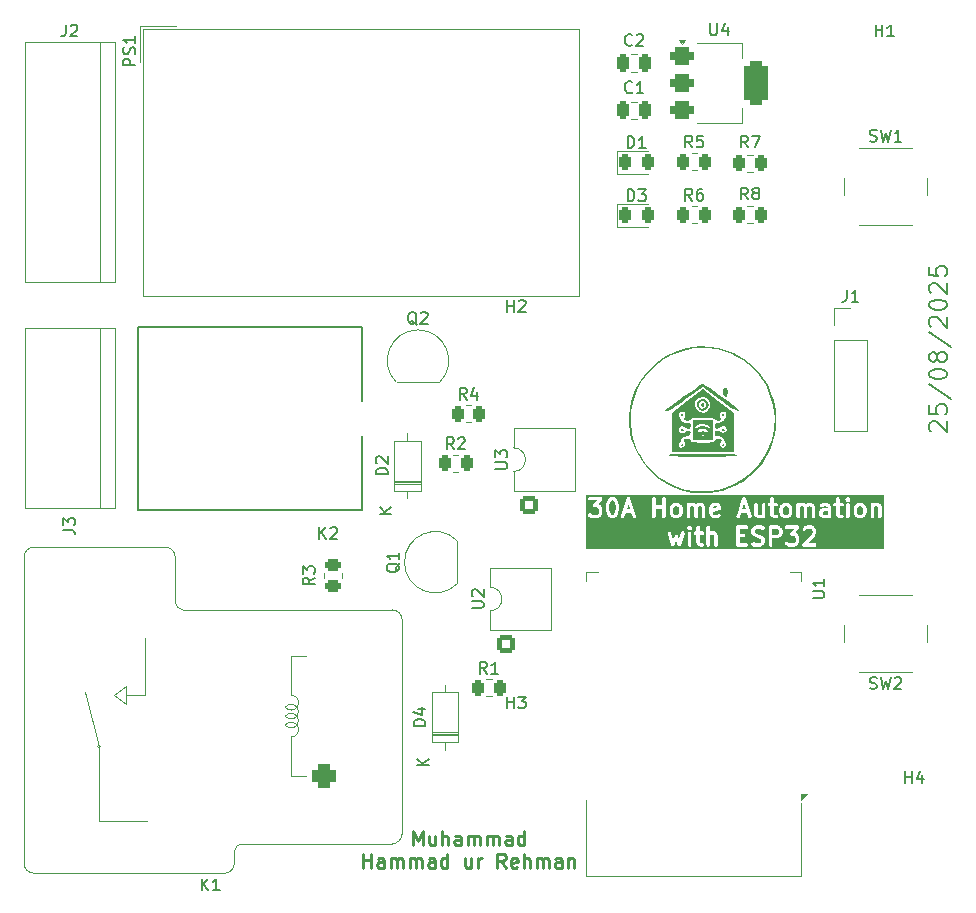
<source format=gto>
G04 #@! TF.GenerationSoftware,KiCad,Pcbnew,9.0.1*
G04 #@! TF.CreationDate,2025-08-27T22:36:15+05:00*
G04 #@! TF.ProjectId,30A_home_automation_using_esp32,3330415f-686f-46d6-955f-6175746f6d61,rev?*
G04 #@! TF.SameCoordinates,Original*
G04 #@! TF.FileFunction,Legend,Top*
G04 #@! TF.FilePolarity,Positive*
%FSLAX46Y46*%
G04 Gerber Fmt 4.6, Leading zero omitted, Abs format (unit mm)*
G04 Created by KiCad (PCBNEW 9.0.1) date 2025-08-27 22:36:15*
%MOMM*%
%LPD*%
G01*
G04 APERTURE LIST*
G04 Aperture macros list*
%AMRoundRect*
0 Rectangle with rounded corners*
0 $1 Rounding radius*
0 $2 $3 $4 $5 $6 $7 $8 $9 X,Y pos of 4 corners*
0 Add a 4 corners polygon primitive as box body*
4,1,4,$2,$3,$4,$5,$6,$7,$8,$9,$2,$3,0*
0 Add four circle primitives for the rounded corners*
1,1,$1+$1,$2,$3*
1,1,$1+$1,$4,$5*
1,1,$1+$1,$6,$7*
1,1,$1+$1,$8,$9*
0 Add four rect primitives between the rounded corners*
20,1,$1+$1,$2,$3,$4,$5,0*
20,1,$1+$1,$4,$5,$6,$7,0*
20,1,$1+$1,$6,$7,$8,$9,0*
20,1,$1+$1,$8,$9,$2,$3,0*%
G04 Aperture macros list end*
%ADD10C,0.300000*%
%ADD11C,0.220000*%
%ADD12C,0.187500*%
%ADD13C,0.150000*%
%ADD14C,0.120000*%
%ADD15C,0.000000*%
%ADD16C,0.127000*%
%ADD17RoundRect,0.243750X-0.243750X-0.456250X0.243750X-0.456250X0.243750X0.456250X-0.243750X0.456250X0*%
%ADD18C,0.800000*%
%ADD19C,5.400000*%
%ADD20RoundRect,0.250000X-0.262500X-0.450000X0.262500X-0.450000X0.262500X0.450000X-0.262500X0.450000X0*%
%ADD21R,3.000000X3.000000*%
%ADD22C,3.000000*%
%ADD23RoundRect,0.250000X0.550000X-0.550000X0.550000X0.550000X-0.550000X0.550000X-0.550000X-0.550000X0*%
%ADD24C,1.600000*%
%ADD25RoundRect,0.250000X0.250000X0.475000X-0.250000X0.475000X-0.250000X-0.475000X0.250000X-0.475000X0*%
%ADD26R,1.600000X1.600000*%
%ADD27O,1.600000X1.600000*%
%ADD28RoundRect,0.375000X-0.625000X-0.375000X0.625000X-0.375000X0.625000X0.375000X-0.625000X0.375000X0*%
%ADD29RoundRect,0.500000X-0.500000X-1.400000X0.500000X-1.400000X0.500000X1.400000X-0.500000X1.400000X0*%
%ADD30R,1.500000X0.900000*%
%ADD31R,0.900000X1.500000*%
%ADD32C,0.600000*%
%ADD33R,4.200000X4.200000*%
%ADD34RoundRect,0.250000X-0.450000X0.262500X-0.450000X-0.262500X0.450000X-0.262500X0.450000X0.262500X0*%
%ADD35C,2.000000*%
%ADD36R,1.050000X1.500000*%
%ADD37O,1.050000X1.500000*%
%ADD38R,1.500000X1.050000*%
%ADD39O,1.500000X1.050000*%
%ADD40RoundRect,0.500000X-0.500000X-0.500000X0.500000X-0.500000X0.500000X0.500000X-0.500000X0.500000X0*%
%ADD41RoundRect,0.250000X0.262500X0.450000X-0.262500X0.450000X-0.262500X-0.450000X0.262500X-0.450000X0*%
%ADD42R,1.700000X1.700000*%
%ADD43C,1.700000*%
%ADD44R,1.700000X2.000000*%
%ADD45O,1.700000X2.000000*%
%ADD46C,2.154000*%
G04 APERTURE END LIST*
D10*
G36*
X143189719Y-90395535D02*
G01*
X143226723Y-90432539D01*
X143271429Y-90521951D01*
X143271429Y-90665418D01*
X143226722Y-90754831D01*
X143189717Y-90791836D01*
X143100305Y-90836542D01*
X142714286Y-90836542D01*
X142714286Y-90350828D01*
X143100305Y-90350828D01*
X143189719Y-90395535D01*
G37*
G36*
X129296861Y-87980619D02*
G01*
X129333865Y-88017623D01*
X129387043Y-88123981D01*
X129450000Y-88375805D01*
X129450000Y-88696019D01*
X129387043Y-88947843D01*
X129333864Y-89054201D01*
X129296859Y-89091206D01*
X129207447Y-89135912D01*
X129135410Y-89135912D01*
X129045996Y-89091205D01*
X129008992Y-89054201D01*
X128955811Y-88947841D01*
X128892857Y-88696020D01*
X128892857Y-88375804D01*
X128955811Y-88123982D01*
X129008992Y-88017622D01*
X129045996Y-87980619D01*
X129135410Y-87935912D01*
X129207447Y-87935912D01*
X129296861Y-87980619D01*
G37*
G36*
X134725432Y-88480619D02*
G01*
X134762436Y-88517623D01*
X134807142Y-88607035D01*
X134807142Y-88964788D01*
X134762435Y-89054201D01*
X134725430Y-89091206D01*
X134636018Y-89135912D01*
X134492552Y-89135912D01*
X134403138Y-89091205D01*
X134366133Y-89054200D01*
X134321428Y-88964788D01*
X134321428Y-88607035D01*
X134366133Y-88517624D01*
X134403138Y-88480619D01*
X134492552Y-88435912D01*
X134636018Y-88435912D01*
X134725432Y-88480619D01*
G37*
G36*
X138059625Y-88469144D02*
G01*
X138085800Y-88521495D01*
X137678571Y-88602941D01*
X137678571Y-88535607D01*
X137711802Y-88469144D01*
X137778267Y-88435912D01*
X137993161Y-88435912D01*
X138059625Y-88469144D01*
G37*
G36*
X144011146Y-88480619D02*
G01*
X144048150Y-88517623D01*
X144092856Y-88607035D01*
X144092856Y-88964788D01*
X144048149Y-89054201D01*
X144011144Y-89091206D01*
X143921732Y-89135912D01*
X143778266Y-89135912D01*
X143688852Y-89091205D01*
X143651847Y-89054200D01*
X143607142Y-88964788D01*
X143607142Y-88607035D01*
X143651847Y-88517624D01*
X143688852Y-88480619D01*
X143778266Y-88435912D01*
X143921732Y-88435912D01*
X144011146Y-88480619D01*
G37*
G36*
X147378571Y-89121778D02*
G01*
X147350304Y-89135912D01*
X147063980Y-89135912D01*
X146997517Y-89102681D01*
X146964285Y-89036217D01*
X146964285Y-88964178D01*
X146997516Y-88897715D01*
X147063980Y-88864484D01*
X147378571Y-88864484D01*
X147378571Y-89121778D01*
G37*
G36*
X150296861Y-88480619D02*
G01*
X150333865Y-88517623D01*
X150378571Y-88607035D01*
X150378571Y-88964788D01*
X150333864Y-89054201D01*
X150296859Y-89091206D01*
X150207447Y-89135912D01*
X150063981Y-89135912D01*
X149974567Y-89091205D01*
X149937562Y-89054200D01*
X149892857Y-88964788D01*
X149892857Y-88607035D01*
X149937562Y-88517624D01*
X149974567Y-88480619D01*
X150063981Y-88435912D01*
X150207447Y-88435912D01*
X150296861Y-88480619D01*
G37*
G36*
X130677601Y-88707341D02*
G01*
X130379542Y-88707341D01*
X130528571Y-88260253D01*
X130677601Y-88707341D01*
G37*
G36*
X140463315Y-88707341D02*
G01*
X140165256Y-88707341D01*
X140314285Y-88260253D01*
X140463315Y-88707341D01*
G37*
G36*
X152130953Y-92017495D02*
G01*
X126929072Y-92017495D01*
X126929072Y-90713106D01*
X133843360Y-90713106D01*
X133848628Y-90742036D01*
X134134343Y-91742036D01*
X134145154Y-91769383D01*
X134151107Y-91776882D01*
X134154877Y-91785677D01*
X134169143Y-91799600D01*
X134181545Y-91815221D01*
X134189913Y-91819870D01*
X134196763Y-91826555D01*
X134215273Y-91833959D01*
X134232706Y-91843644D01*
X134242217Y-91844736D01*
X134251105Y-91848292D01*
X134271040Y-91848048D01*
X134290851Y-91850325D01*
X134300056Y-91847694D01*
X134309628Y-91847578D01*
X134327951Y-91839724D01*
X134347127Y-91834246D01*
X134354626Y-91828292D01*
X134363421Y-91824523D01*
X134377344Y-91810256D01*
X134392965Y-91797855D01*
X134397613Y-91789487D01*
X134404299Y-91782637D01*
X134417844Y-91756537D01*
X134564285Y-91390430D01*
X134710728Y-91756536D01*
X134724273Y-91782637D01*
X134730958Y-91789487D01*
X134735607Y-91797855D01*
X134751223Y-91810252D01*
X134765150Y-91824523D01*
X134773948Y-91828293D01*
X134781446Y-91834246D01*
X134800621Y-91839724D01*
X134818944Y-91847577D01*
X134828513Y-91847693D01*
X134837722Y-91850325D01*
X134857531Y-91848048D01*
X134877467Y-91848292D01*
X134886357Y-91844735D01*
X134895866Y-91843643D01*
X134913293Y-91833961D01*
X134931809Y-91826555D01*
X134938659Y-91819869D01*
X134947027Y-91815221D01*
X134959427Y-91799601D01*
X134973695Y-91785677D01*
X134977464Y-91776880D01*
X134983418Y-91769382D01*
X134994229Y-91742036D01*
X135279943Y-90742036D01*
X135285211Y-90713106D01*
X135283800Y-90700828D01*
X135557143Y-90700828D01*
X135557143Y-91700828D01*
X135560025Y-91730092D01*
X135582423Y-91784164D01*
X135623807Y-91825548D01*
X135677879Y-91847946D01*
X135736407Y-91847946D01*
X135790479Y-91825548D01*
X135831863Y-91784164D01*
X135854261Y-91730092D01*
X135857143Y-91700828D01*
X135857143Y-90700828D01*
X135854261Y-90671564D01*
X136060026Y-90671564D01*
X136060026Y-90730092D01*
X136082424Y-90784164D01*
X136123808Y-90825548D01*
X136177880Y-90847946D01*
X136207144Y-90850828D01*
X136271429Y-90850828D01*
X136271429Y-91486542D01*
X136274311Y-91515806D01*
X136276372Y-91520783D01*
X136276755Y-91526161D01*
X136287265Y-91553624D01*
X136358694Y-91696482D01*
X136361774Y-91701376D01*
X136362544Y-91703684D01*
X136365036Y-91706557D01*
X136374359Y-91721368D01*
X136388570Y-91733692D01*
X136400891Y-91747899D01*
X136415698Y-91757220D01*
X136418574Y-91759714D01*
X136420882Y-91760483D01*
X136425776Y-91763564D01*
X136568634Y-91834992D01*
X136596097Y-91845502D01*
X136601472Y-91845883D01*
X136606451Y-91847946D01*
X136635715Y-91850828D01*
X136778572Y-91850828D01*
X136807836Y-91847946D01*
X136861908Y-91825548D01*
X136903292Y-91784164D01*
X136925690Y-91730092D01*
X136925690Y-91671564D01*
X136903292Y-91617492D01*
X136861908Y-91576108D01*
X136807836Y-91553710D01*
X136778572Y-91550828D01*
X136671125Y-91550828D01*
X136604661Y-91517596D01*
X136571429Y-91451132D01*
X136571429Y-90850828D01*
X136778572Y-90850828D01*
X136807836Y-90847946D01*
X136861908Y-90825548D01*
X136903292Y-90784164D01*
X136925690Y-90730092D01*
X136925690Y-90671564D01*
X136903292Y-90617492D01*
X136861908Y-90576108D01*
X136807836Y-90553710D01*
X136778572Y-90550828D01*
X136571429Y-90550828D01*
X136571429Y-90200828D01*
X137128572Y-90200828D01*
X137128572Y-91700828D01*
X137131454Y-91730092D01*
X137153852Y-91784164D01*
X137195236Y-91825548D01*
X137249308Y-91847946D01*
X137307836Y-91847946D01*
X137361908Y-91825548D01*
X137403292Y-91784164D01*
X137425690Y-91730092D01*
X137428572Y-91700828D01*
X137428572Y-90905817D01*
X137438854Y-90895535D01*
X137528268Y-90850828D01*
X137671734Y-90850828D01*
X137738198Y-90884060D01*
X137771430Y-90950524D01*
X137771430Y-91700828D01*
X137774312Y-91730092D01*
X137796710Y-91784164D01*
X137838094Y-91825548D01*
X137892166Y-91847946D01*
X137950694Y-91847946D01*
X138004766Y-91825548D01*
X138046150Y-91784164D01*
X138068548Y-91730092D01*
X138071430Y-91700828D01*
X138071430Y-90915114D01*
X138068548Y-90885850D01*
X138066484Y-90880869D01*
X138066103Y-90875495D01*
X138055594Y-90848031D01*
X137984165Y-90705175D01*
X137981084Y-90700280D01*
X137980315Y-90697973D01*
X137977822Y-90695098D01*
X137968500Y-90680289D01*
X137954290Y-90667965D01*
X137941969Y-90653758D01*
X137927163Y-90644438D01*
X137924285Y-90641942D01*
X137921973Y-90641171D01*
X137917083Y-90638093D01*
X137774226Y-90566664D01*
X137746763Y-90556155D01*
X137741388Y-90555773D01*
X137736408Y-90553710D01*
X137707144Y-90550828D01*
X137492858Y-90550828D01*
X137463594Y-90553710D01*
X137458613Y-90555773D01*
X137453239Y-90556155D01*
X137428572Y-90565593D01*
X137428572Y-90200828D01*
X139628572Y-90200828D01*
X139628572Y-91700828D01*
X139631454Y-91730091D01*
X139631454Y-91730092D01*
X139653852Y-91784164D01*
X139695236Y-91825548D01*
X139749308Y-91847946D01*
X139778572Y-91850828D01*
X140492858Y-91850828D01*
X140522122Y-91847946D01*
X140576194Y-91825548D01*
X140617578Y-91784164D01*
X140639976Y-91730092D01*
X140639976Y-91671564D01*
X140617578Y-91617492D01*
X140576194Y-91576108D01*
X140522122Y-91553710D01*
X140492858Y-91550828D01*
X139928572Y-91550828D01*
X139928572Y-91065114D01*
X140278572Y-91065114D01*
X140307836Y-91062232D01*
X140361908Y-91039834D01*
X140403292Y-90998450D01*
X140425690Y-90944378D01*
X140425690Y-90885850D01*
X140403292Y-90831778D01*
X140361908Y-90790394D01*
X140307836Y-90767996D01*
X140278572Y-90765114D01*
X139928572Y-90765114D01*
X139928572Y-90486542D01*
X140914287Y-90486542D01*
X140914287Y-90629400D01*
X140917169Y-90658664D01*
X140919231Y-90663642D01*
X140919613Y-90669018D01*
X140930123Y-90696482D01*
X141001551Y-90839339D01*
X141009479Y-90851934D01*
X141010995Y-90855593D01*
X141014374Y-90859710D01*
X141017216Y-90864225D01*
X141020210Y-90866821D01*
X141029650Y-90878324D01*
X141101079Y-90949752D01*
X141112579Y-90959190D01*
X141115176Y-90962184D01*
X141119688Y-90965024D01*
X141123809Y-90968406D01*
X141127468Y-90969921D01*
X141140062Y-90977849D01*
X141282918Y-91049278D01*
X141285060Y-91050097D01*
X141285930Y-91050742D01*
X141298201Y-91055126D01*
X141310382Y-91059787D01*
X141311462Y-91059863D01*
X141313621Y-91060635D01*
X141583359Y-91128069D01*
X141689718Y-91181248D01*
X141726722Y-91218253D01*
X141771430Y-91307667D01*
X141771430Y-91379703D01*
X141726722Y-91469117D01*
X141689719Y-91506121D01*
X141600306Y-91550828D01*
X141302916Y-91550828D01*
X141111721Y-91487097D01*
X141083047Y-91480577D01*
X141024667Y-91484727D01*
X140972320Y-91510901D01*
X140933972Y-91555115D01*
X140915464Y-91610640D01*
X140919614Y-91669020D01*
X140945788Y-91721367D01*
X140990002Y-91759715D01*
X141016853Y-91771703D01*
X141231139Y-91843131D01*
X141245651Y-91846430D01*
X141249309Y-91847946D01*
X141254611Y-91848468D01*
X141259813Y-91849651D01*
X141263767Y-91849369D01*
X141278573Y-91850828D01*
X141635715Y-91850828D01*
X141664979Y-91847946D01*
X141669957Y-91845883D01*
X141675333Y-91845502D01*
X141702796Y-91834992D01*
X141845655Y-91763564D01*
X141858249Y-91755635D01*
X141861909Y-91754120D01*
X141866029Y-91750738D01*
X141870540Y-91747899D01*
X141873134Y-91744907D01*
X141884640Y-91735465D01*
X141956068Y-91664036D01*
X141965506Y-91652535D01*
X141968500Y-91649939D01*
X141971340Y-91645426D01*
X141974722Y-91641306D01*
X141976237Y-91637646D01*
X141984165Y-91625053D01*
X142055594Y-91482197D01*
X142066103Y-91454733D01*
X142066484Y-91449358D01*
X142068548Y-91444378D01*
X142071430Y-91415114D01*
X142071430Y-91272257D01*
X142068548Y-91242993D01*
X142066484Y-91238012D01*
X142066103Y-91232638D01*
X142055594Y-91205174D01*
X141984165Y-91062318D01*
X141976237Y-91049724D01*
X141974722Y-91046065D01*
X141971340Y-91041944D01*
X141968500Y-91037432D01*
X141965506Y-91034835D01*
X141956068Y-91023335D01*
X141884640Y-90951906D01*
X141873137Y-90942466D01*
X141870541Y-90939472D01*
X141866026Y-90936630D01*
X141861909Y-90933251D01*
X141858250Y-90931735D01*
X141845655Y-90923807D01*
X141702797Y-90852378D01*
X141700656Y-90851558D01*
X141699786Y-90850914D01*
X141687530Y-90846535D01*
X141675334Y-90841868D01*
X141674250Y-90841791D01*
X141672095Y-90841021D01*
X141402357Y-90773586D01*
X141295997Y-90720406D01*
X141258992Y-90683401D01*
X141214287Y-90593990D01*
X141214287Y-90521951D01*
X141258992Y-90432540D01*
X141295997Y-90395535D01*
X141385411Y-90350828D01*
X141682804Y-90350828D01*
X141873995Y-90414559D01*
X141902669Y-90421079D01*
X141961049Y-90416930D01*
X142013396Y-90390756D01*
X142051744Y-90346542D01*
X142070252Y-90291018D01*
X142066103Y-90232638D01*
X142050198Y-90200828D01*
X142414286Y-90200828D01*
X142414286Y-91700828D01*
X142417168Y-91730092D01*
X142439566Y-91784164D01*
X142480950Y-91825548D01*
X142535022Y-91847946D01*
X142593550Y-91847946D01*
X142647622Y-91825548D01*
X142689006Y-91784164D01*
X142711404Y-91730092D01*
X142714286Y-91700828D01*
X142714286Y-91136542D01*
X143135715Y-91136542D01*
X143164979Y-91133660D01*
X143169957Y-91131597D01*
X143175333Y-91131216D01*
X143202797Y-91120706D01*
X143345654Y-91049278D01*
X143358247Y-91041350D01*
X143361907Y-91039835D01*
X143366026Y-91036453D01*
X143370540Y-91033613D01*
X143373136Y-91030619D01*
X143384638Y-91021180D01*
X143456067Y-90949751D01*
X143465508Y-90938246D01*
X143468500Y-90935652D01*
X143471338Y-90931142D01*
X143474722Y-90927020D01*
X143476238Y-90923358D01*
X143484165Y-90910767D01*
X143555593Y-90767909D01*
X143566103Y-90740446D01*
X143566484Y-90735070D01*
X143568547Y-90730092D01*
X143571429Y-90700828D01*
X143571429Y-90486542D01*
X143568547Y-90457278D01*
X143566484Y-90452299D01*
X143566103Y-90446924D01*
X143555593Y-90419461D01*
X143484165Y-90276603D01*
X143476236Y-90264008D01*
X143474721Y-90260349D01*
X143471339Y-90256228D01*
X143468500Y-90251718D01*
X143465508Y-90249123D01*
X143456066Y-90237618D01*
X143390011Y-90171564D01*
X143774311Y-90171564D01*
X143774311Y-90230092D01*
X143796709Y-90284164D01*
X143838093Y-90325548D01*
X143892165Y-90347946D01*
X143921429Y-90350828D01*
X144519436Y-90350828D01*
X144237114Y-90673481D01*
X144228070Y-90686131D01*
X144225281Y-90688921D01*
X144224184Y-90691566D01*
X144220013Y-90697403D01*
X144212206Y-90720484D01*
X144202883Y-90742993D01*
X144202883Y-90748052D01*
X144201262Y-90752845D01*
X144202883Y-90777154D01*
X144202883Y-90801521D01*
X144204819Y-90806196D01*
X144205156Y-90811241D01*
X144215954Y-90833076D01*
X144225281Y-90855593D01*
X144228857Y-90859169D01*
X144231100Y-90863704D01*
X144249435Y-90879747D01*
X144266665Y-90896977D01*
X144271339Y-90898913D01*
X144275147Y-90902245D01*
X144298228Y-90910051D01*
X144320737Y-90919375D01*
X144327874Y-90920077D01*
X144330589Y-90920996D01*
X144334528Y-90920733D01*
X144350001Y-90922257D01*
X144528877Y-90922257D01*
X144618290Y-90966963D01*
X144655293Y-91003967D01*
X144700001Y-91093381D01*
X144700001Y-91379703D01*
X144655293Y-91469117D01*
X144618290Y-91506121D01*
X144528877Y-91550828D01*
X144171125Y-91550828D01*
X144081711Y-91506121D01*
X144027495Y-91451905D01*
X144004764Y-91433250D01*
X143950692Y-91410853D01*
X143892166Y-91410853D01*
X143838094Y-91433250D01*
X143796708Y-91474636D01*
X143774311Y-91528708D01*
X143774311Y-91587234D01*
X143796708Y-91641306D01*
X143815363Y-91664037D01*
X143886792Y-91735466D01*
X143898296Y-91744907D01*
X143900891Y-91747899D01*
X143905400Y-91750737D01*
X143909523Y-91754121D01*
X143913184Y-91755637D01*
X143925776Y-91763564D01*
X144068634Y-91834992D01*
X144096097Y-91845502D01*
X144101472Y-91845883D01*
X144106451Y-91847946D01*
X144135715Y-91850828D01*
X144564286Y-91850828D01*
X144593550Y-91847946D01*
X144598528Y-91845883D01*
X144603904Y-91845502D01*
X144631367Y-91834992D01*
X144774226Y-91763564D01*
X144786820Y-91755635D01*
X144790480Y-91754120D01*
X144794600Y-91750738D01*
X144799111Y-91747899D01*
X144801705Y-91744907D01*
X144813211Y-91735465D01*
X144877111Y-91671564D01*
X145202882Y-91671564D01*
X145202882Y-91730092D01*
X145205108Y-91735465D01*
X145225279Y-91784163D01*
X145266665Y-91825549D01*
X145287662Y-91834246D01*
X145320736Y-91847946D01*
X145350000Y-91850828D01*
X146278572Y-91850828D01*
X146307836Y-91847946D01*
X146361908Y-91825548D01*
X146403292Y-91784164D01*
X146425690Y-91730092D01*
X146425690Y-91671564D01*
X146403292Y-91617492D01*
X146361908Y-91576108D01*
X146307836Y-91553710D01*
X146278572Y-91550828D01*
X145712132Y-91550828D01*
X146313209Y-90949751D01*
X146331864Y-90927021D01*
X146333927Y-90922039D01*
X146337457Y-90917970D01*
X146349445Y-90891120D01*
X146420874Y-90676835D01*
X146424173Y-90662325D01*
X146425690Y-90658664D01*
X146426212Y-90653355D01*
X146427394Y-90648161D01*
X146427113Y-90644211D01*
X146428572Y-90629400D01*
X146428572Y-90486542D01*
X146425690Y-90457278D01*
X146423626Y-90452297D01*
X146423245Y-90446923D01*
X146412736Y-90419459D01*
X146341307Y-90276603D01*
X146333380Y-90264011D01*
X146331864Y-90260349D01*
X146328480Y-90256226D01*
X146325642Y-90251717D01*
X146322649Y-90249121D01*
X146313209Y-90237619D01*
X146241781Y-90166191D01*
X146230279Y-90156751D01*
X146227683Y-90153758D01*
X146223169Y-90150917D01*
X146219050Y-90147536D01*
X146215390Y-90146020D01*
X146202797Y-90138093D01*
X146059939Y-90066664D01*
X146032476Y-90056154D01*
X146027098Y-90055771D01*
X146022121Y-90053710D01*
X145992857Y-90050828D01*
X145635715Y-90050828D01*
X145606451Y-90053710D01*
X145601473Y-90055771D01*
X145596096Y-90056154D01*
X145568633Y-90066664D01*
X145425775Y-90138093D01*
X145413183Y-90146019D01*
X145409521Y-90147536D01*
X145405398Y-90150919D01*
X145400889Y-90153758D01*
X145398293Y-90156750D01*
X145386791Y-90166191D01*
X145315363Y-90237619D01*
X145296708Y-90260350D01*
X145274311Y-90314422D01*
X145274311Y-90372948D01*
X145296708Y-90427020D01*
X145338094Y-90468406D01*
X145392166Y-90490803D01*
X145450692Y-90490803D01*
X145504764Y-90468406D01*
X145527495Y-90449751D01*
X145581711Y-90395535D01*
X145671125Y-90350828D01*
X145957447Y-90350828D01*
X146046861Y-90395535D01*
X146083865Y-90432539D01*
X146128572Y-90521952D01*
X146128572Y-90605059D01*
X146076038Y-90762657D01*
X145243934Y-91594762D01*
X145225279Y-91617493D01*
X145213836Y-91645119D01*
X145202882Y-91671564D01*
X144877111Y-91671564D01*
X144884639Y-91664036D01*
X144894077Y-91652535D01*
X144897071Y-91649939D01*
X144899911Y-91645426D01*
X144903293Y-91641306D01*
X144904808Y-91637646D01*
X144912736Y-91625053D01*
X144984165Y-91482197D01*
X144994674Y-91454733D01*
X144995055Y-91449358D01*
X144997119Y-91444378D01*
X145000001Y-91415114D01*
X145000001Y-91057971D01*
X144997119Y-91028707D01*
X144995055Y-91023726D01*
X144994674Y-91018352D01*
X144984165Y-90990888D01*
X144912736Y-90848032D01*
X144904808Y-90835438D01*
X144903293Y-90831779D01*
X144899911Y-90827658D01*
X144897071Y-90823146D01*
X144894077Y-90820549D01*
X144884639Y-90809049D01*
X144813211Y-90737620D01*
X144801705Y-90728177D01*
X144799111Y-90725186D01*
X144794600Y-90722346D01*
X144790480Y-90718965D01*
X144786820Y-90717449D01*
X144774226Y-90709521D01*
X144655953Y-90650386D01*
X144962887Y-90299604D01*
X144971930Y-90286954D01*
X144974721Y-90284164D01*
X144975816Y-90281519D01*
X144979989Y-90275683D01*
X144987794Y-90252603D01*
X144997119Y-90230092D01*
X144997119Y-90225030D01*
X144998739Y-90220240D01*
X144997119Y-90195939D01*
X144997119Y-90171564D01*
X144995182Y-90166888D01*
X144994846Y-90161844D01*
X144984047Y-90140008D01*
X144974721Y-90117492D01*
X144971144Y-90113915D01*
X144968902Y-90109381D01*
X144950566Y-90093337D01*
X144933337Y-90076108D01*
X144928662Y-90074171D01*
X144924855Y-90070840D01*
X144901779Y-90063036D01*
X144879265Y-90053710D01*
X144872123Y-90053006D01*
X144869413Y-90052090D01*
X144865478Y-90052352D01*
X144850001Y-90050828D01*
X143921429Y-90050828D01*
X143892165Y-90053710D01*
X143838093Y-90076108D01*
X143796709Y-90117492D01*
X143774311Y-90171564D01*
X143390011Y-90171564D01*
X143384637Y-90166190D01*
X143373137Y-90156752D01*
X143370540Y-90153758D01*
X143366023Y-90150915D01*
X143361906Y-90147536D01*
X143358249Y-90146021D01*
X143345654Y-90138093D01*
X143202797Y-90066664D01*
X143175334Y-90056155D01*
X143169959Y-90055773D01*
X143164979Y-90053710D01*
X143135715Y-90050828D01*
X142564286Y-90050828D01*
X142535022Y-90053710D01*
X142480950Y-90076108D01*
X142439566Y-90117492D01*
X142417168Y-90171564D01*
X142414286Y-90200828D01*
X142050198Y-90200828D01*
X142039929Y-90180290D01*
X141995715Y-90141943D01*
X141968864Y-90129954D01*
X141754578Y-90058526D01*
X141740070Y-90055227D01*
X141736408Y-90053710D01*
X141731099Y-90053187D01*
X141725905Y-90052006D01*
X141721955Y-90052286D01*
X141707144Y-90050828D01*
X141350001Y-90050828D01*
X141320737Y-90053710D01*
X141315756Y-90055773D01*
X141310382Y-90056155D01*
X141282918Y-90066664D01*
X141140062Y-90138093D01*
X141127468Y-90146020D01*
X141123809Y-90147536D01*
X141119688Y-90150917D01*
X141115176Y-90153758D01*
X141112579Y-90156751D01*
X141101079Y-90166190D01*
X141029650Y-90237618D01*
X141020210Y-90249120D01*
X141017216Y-90251717D01*
X141014374Y-90256231D01*
X141010995Y-90260349D01*
X141009479Y-90264007D01*
X141001551Y-90276603D01*
X140930123Y-90419460D01*
X140919613Y-90446924D01*
X140919231Y-90452299D01*
X140917169Y-90457278D01*
X140914287Y-90486542D01*
X139928572Y-90486542D01*
X139928572Y-90350828D01*
X140492858Y-90350828D01*
X140522122Y-90347946D01*
X140576194Y-90325548D01*
X140617578Y-90284164D01*
X140639976Y-90230092D01*
X140639976Y-90171564D01*
X140617578Y-90117492D01*
X140576194Y-90076108D01*
X140522122Y-90053710D01*
X140492858Y-90050828D01*
X139778572Y-90050828D01*
X139749308Y-90053710D01*
X139695236Y-90076108D01*
X139653852Y-90117492D01*
X139631454Y-90171564D01*
X139628572Y-90200828D01*
X137428572Y-90200828D01*
X137425690Y-90171564D01*
X137403292Y-90117492D01*
X137361908Y-90076108D01*
X137307836Y-90053710D01*
X137249308Y-90053710D01*
X137195236Y-90076108D01*
X137153852Y-90117492D01*
X137131454Y-90171564D01*
X137128572Y-90200828D01*
X136571429Y-90200828D01*
X136568547Y-90171564D01*
X136546149Y-90117492D01*
X136504765Y-90076108D01*
X136450693Y-90053710D01*
X136392165Y-90053710D01*
X136338093Y-90076108D01*
X136296709Y-90117492D01*
X136274311Y-90171564D01*
X136271429Y-90200828D01*
X136271429Y-90550828D01*
X136207144Y-90550828D01*
X136177880Y-90553710D01*
X136123808Y-90576108D01*
X136082424Y-90617492D01*
X136060026Y-90671564D01*
X135854261Y-90671564D01*
X135831863Y-90617492D01*
X135790479Y-90576108D01*
X135736407Y-90553710D01*
X135677879Y-90553710D01*
X135623807Y-90576108D01*
X135582423Y-90617492D01*
X135560025Y-90671564D01*
X135557143Y-90700828D01*
X135283800Y-90700828D01*
X135278530Y-90654961D01*
X135250107Y-90603800D01*
X135204269Y-90567410D01*
X135147992Y-90551331D01*
X135089848Y-90558012D01*
X135038687Y-90586435D01*
X135002296Y-90632273D01*
X134991486Y-90659620D01*
X134826313Y-91237722D01*
X134703558Y-90930833D01*
X134690013Y-90904733D01*
X134688712Y-90903400D01*
X134687981Y-90901693D01*
X134668321Y-90882506D01*
X134649135Y-90862847D01*
X134647427Y-90862114D01*
X134646095Y-90860815D01*
X134620587Y-90850611D01*
X134595342Y-90839792D01*
X134593481Y-90839769D01*
X134591753Y-90839078D01*
X134564305Y-90839413D01*
X134536819Y-90839078D01*
X134535088Y-90839770D01*
X134533230Y-90839793D01*
X134507995Y-90850607D01*
X134482477Y-90860815D01*
X134481145Y-90862114D01*
X134479436Y-90862847D01*
X134460239Y-90882517D01*
X134440591Y-90901693D01*
X134439859Y-90903400D01*
X134438559Y-90904733D01*
X134425014Y-90930834D01*
X134302258Y-91237722D01*
X134137086Y-90659620D01*
X134126275Y-90632273D01*
X134089884Y-90586435D01*
X134038723Y-90558013D01*
X133980579Y-90551331D01*
X133924302Y-90567410D01*
X133878464Y-90603801D01*
X133850042Y-90654962D01*
X133843360Y-90713106D01*
X126929072Y-90713106D01*
X126929072Y-90242995D01*
X135488597Y-90242995D01*
X135488597Y-90301521D01*
X135493941Y-90314421D01*
X135510994Y-90355592D01*
X135529649Y-90378323D01*
X135601077Y-90449751D01*
X135623807Y-90468406D01*
X135646204Y-90477682D01*
X135677879Y-90490803D01*
X135736407Y-90490803D01*
X135774641Y-90474965D01*
X135790478Y-90468406D01*
X135790482Y-90468401D01*
X135813208Y-90449752D01*
X135884637Y-90378324D01*
X135903292Y-90355593D01*
X135903293Y-90355592D01*
X135925690Y-90301520D01*
X135925690Y-90242994D01*
X135903293Y-90188922D01*
X135884638Y-90166191D01*
X135813209Y-90094762D01*
X135790478Y-90076107D01*
X135758804Y-90062987D01*
X135736407Y-90053710D01*
X135677879Y-90053710D01*
X135655482Y-90062987D01*
X135623808Y-90076107D01*
X135623807Y-90076108D01*
X135601076Y-90094763D01*
X135529648Y-90166192D01*
X135510998Y-90188917D01*
X135510994Y-90188922D01*
X135490824Y-90237619D01*
X135488597Y-90242995D01*
X126929072Y-90242995D01*
X126929072Y-87756648D01*
X127095739Y-87756648D01*
X127095739Y-87815176D01*
X127118137Y-87869248D01*
X127159521Y-87910632D01*
X127213593Y-87933030D01*
X127242857Y-87935912D01*
X127840864Y-87935912D01*
X127558542Y-88258565D01*
X127549498Y-88271215D01*
X127546709Y-88274005D01*
X127545612Y-88276650D01*
X127541441Y-88282487D01*
X127533634Y-88305568D01*
X127524311Y-88328077D01*
X127524311Y-88333136D01*
X127522690Y-88337929D01*
X127524311Y-88362238D01*
X127524311Y-88386605D01*
X127526247Y-88391280D01*
X127526584Y-88396325D01*
X127537382Y-88418160D01*
X127546709Y-88440677D01*
X127550285Y-88444253D01*
X127552528Y-88448788D01*
X127570863Y-88464831D01*
X127588093Y-88482061D01*
X127592767Y-88483997D01*
X127596575Y-88487329D01*
X127619656Y-88495135D01*
X127642165Y-88504459D01*
X127649302Y-88505161D01*
X127652017Y-88506080D01*
X127655956Y-88505817D01*
X127671429Y-88507341D01*
X127850305Y-88507341D01*
X127939718Y-88552047D01*
X127976721Y-88589051D01*
X128021429Y-88678465D01*
X128021429Y-88964787D01*
X127976721Y-89054201D01*
X127939718Y-89091205D01*
X127850305Y-89135912D01*
X127492553Y-89135912D01*
X127403139Y-89091205D01*
X127348923Y-89036989D01*
X127326192Y-89018334D01*
X127272120Y-88995937D01*
X127213594Y-88995937D01*
X127159522Y-89018334D01*
X127118136Y-89059720D01*
X127095739Y-89113792D01*
X127095739Y-89172318D01*
X127118136Y-89226390D01*
X127136791Y-89249121D01*
X127208220Y-89320550D01*
X127219724Y-89329991D01*
X127222319Y-89332983D01*
X127226828Y-89335821D01*
X127230951Y-89339205D01*
X127234612Y-89340721D01*
X127247204Y-89348648D01*
X127390062Y-89420076D01*
X127417525Y-89430586D01*
X127422900Y-89430967D01*
X127427879Y-89433030D01*
X127457143Y-89435912D01*
X127885714Y-89435912D01*
X127914978Y-89433030D01*
X127919956Y-89430967D01*
X127925332Y-89430586D01*
X127952795Y-89420076D01*
X128095654Y-89348648D01*
X128108248Y-89340719D01*
X128111908Y-89339204D01*
X128116028Y-89335822D01*
X128120539Y-89332983D01*
X128123133Y-89329991D01*
X128134639Y-89320549D01*
X128206067Y-89249120D01*
X128215505Y-89237619D01*
X128218499Y-89235023D01*
X128221339Y-89230510D01*
X128224721Y-89226390D01*
X128226236Y-89222730D01*
X128234164Y-89210137D01*
X128305593Y-89067281D01*
X128316102Y-89039817D01*
X128316483Y-89034442D01*
X128318547Y-89029462D01*
X128321429Y-89000198D01*
X128321429Y-88643055D01*
X128318547Y-88613791D01*
X128316483Y-88608810D01*
X128316102Y-88603436D01*
X128305593Y-88575972D01*
X128234164Y-88433116D01*
X128226236Y-88420522D01*
X128224721Y-88416863D01*
X128221339Y-88412742D01*
X128218499Y-88408230D01*
X128215505Y-88405633D01*
X128206067Y-88394133D01*
X128169276Y-88357341D01*
X128592857Y-88357341D01*
X128592857Y-88714484D01*
X128593359Y-88719587D01*
X128593034Y-88721775D01*
X128594653Y-88732725D01*
X128595739Y-88743748D01*
X128596586Y-88745792D01*
X128597336Y-88750864D01*
X128668764Y-89036578D01*
X128669535Y-89038736D01*
X128669612Y-89039817D01*
X128674270Y-89051991D01*
X128678657Y-89064269D01*
X128679301Y-89065139D01*
X128680121Y-89067280D01*
X128751550Y-89210137D01*
X128759477Y-89222730D01*
X128760993Y-89226390D01*
X128764374Y-89230509D01*
X128767215Y-89235023D01*
X128770208Y-89237619D01*
X128779648Y-89249121D01*
X128851077Y-89320550D01*
X128862581Y-89329991D01*
X128865176Y-89332983D01*
X128869685Y-89335821D01*
X128873808Y-89339205D01*
X128877469Y-89340721D01*
X128890061Y-89348648D01*
X129032919Y-89420076D01*
X129060382Y-89430586D01*
X129065757Y-89430967D01*
X129070736Y-89433030D01*
X129100000Y-89435912D01*
X129242857Y-89435912D01*
X129272121Y-89433030D01*
X129277099Y-89430967D01*
X129282475Y-89430586D01*
X129309939Y-89420076D01*
X129452796Y-89348648D01*
X129465389Y-89340720D01*
X129469049Y-89339205D01*
X129473168Y-89335823D01*
X129477682Y-89332983D01*
X129480278Y-89329989D01*
X129491780Y-89320550D01*
X129545179Y-89267151D01*
X129879749Y-89267151D01*
X129883898Y-89325532D01*
X129910072Y-89377879D01*
X129954286Y-89416226D01*
X130009810Y-89434734D01*
X130068191Y-89430585D01*
X130120538Y-89404411D01*
X130158885Y-89360197D01*
X130170873Y-89333346D01*
X130279542Y-89007341D01*
X130777601Y-89007341D01*
X130886269Y-89333346D01*
X130898257Y-89360197D01*
X130936604Y-89404412D01*
X130988952Y-89430585D01*
X131047332Y-89434735D01*
X131102856Y-89416226D01*
X131147070Y-89377879D01*
X131173244Y-89325532D01*
X131177394Y-89267152D01*
X131170874Y-89238478D01*
X130686684Y-87785912D01*
X132521427Y-87785912D01*
X132521427Y-89285912D01*
X132524309Y-89315176D01*
X132546707Y-89369248D01*
X132588091Y-89410632D01*
X132642163Y-89433030D01*
X132700691Y-89433030D01*
X132754763Y-89410632D01*
X132796147Y-89369248D01*
X132818545Y-89315176D01*
X132821427Y-89285912D01*
X132821427Y-88650198D01*
X133378570Y-88650198D01*
X133378570Y-89285912D01*
X133381452Y-89315176D01*
X133403850Y-89369248D01*
X133445234Y-89410632D01*
X133499306Y-89433030D01*
X133557834Y-89433030D01*
X133611906Y-89410632D01*
X133653290Y-89369248D01*
X133675688Y-89315176D01*
X133678570Y-89285912D01*
X133678570Y-88571626D01*
X134021428Y-88571626D01*
X134021428Y-89000198D01*
X134024310Y-89029462D01*
X134026372Y-89034440D01*
X134026754Y-89039816D01*
X134037264Y-89067280D01*
X134108692Y-89210137D01*
X134116619Y-89222730D01*
X134118135Y-89226390D01*
X134121516Y-89230509D01*
X134124357Y-89235023D01*
X134127350Y-89237619D01*
X134136790Y-89249121D01*
X134208219Y-89320550D01*
X134219723Y-89329991D01*
X134222318Y-89332983D01*
X134226827Y-89335821D01*
X134230950Y-89339205D01*
X134234611Y-89340721D01*
X134247203Y-89348648D01*
X134390061Y-89420076D01*
X134417524Y-89430586D01*
X134422899Y-89430967D01*
X134427878Y-89433030D01*
X134457142Y-89435912D01*
X134671428Y-89435912D01*
X134700692Y-89433030D01*
X134705670Y-89430967D01*
X134711046Y-89430586D01*
X134738510Y-89420076D01*
X134881367Y-89348648D01*
X134893960Y-89340720D01*
X134897620Y-89339205D01*
X134901739Y-89335823D01*
X134906253Y-89332983D01*
X134908849Y-89329989D01*
X134920351Y-89320550D01*
X134991780Y-89249121D01*
X135001221Y-89237616D01*
X135004213Y-89235022D01*
X135007051Y-89230512D01*
X135010435Y-89226390D01*
X135011951Y-89222728D01*
X135019878Y-89210137D01*
X135091306Y-89067279D01*
X135101816Y-89039816D01*
X135102197Y-89034440D01*
X135104260Y-89029462D01*
X135107142Y-89000198D01*
X135107142Y-88571626D01*
X135104260Y-88542362D01*
X135102197Y-88537383D01*
X135101816Y-88532008D01*
X135091306Y-88504545D01*
X135019878Y-88361687D01*
X135011949Y-88349092D01*
X135010434Y-88345433D01*
X135007052Y-88341312D01*
X135004213Y-88336802D01*
X135001221Y-88334207D01*
X134991779Y-88322702D01*
X134954988Y-88285912D01*
X135449999Y-88285912D01*
X135449999Y-89285912D01*
X135452881Y-89315176D01*
X135475279Y-89369248D01*
X135516663Y-89410632D01*
X135570735Y-89433030D01*
X135629263Y-89433030D01*
X135683335Y-89410632D01*
X135724719Y-89369248D01*
X135747117Y-89315176D01*
X135749999Y-89285912D01*
X135749999Y-88490901D01*
X135760281Y-88480619D01*
X135849695Y-88435912D01*
X135993161Y-88435912D01*
X136059625Y-88469144D01*
X136092857Y-88535608D01*
X136092857Y-89285912D01*
X136095739Y-89315176D01*
X136118137Y-89369248D01*
X136159521Y-89410632D01*
X136213593Y-89433030D01*
X136272121Y-89433030D01*
X136326193Y-89410632D01*
X136367577Y-89369248D01*
X136389975Y-89315176D01*
X136392857Y-89285912D01*
X136392857Y-88535607D01*
X136426088Y-88469144D01*
X136492552Y-88435912D01*
X136636018Y-88435912D01*
X136702482Y-88469144D01*
X136735714Y-88535608D01*
X136735714Y-89285912D01*
X136738596Y-89315176D01*
X136760994Y-89369248D01*
X136802378Y-89410632D01*
X136856450Y-89433030D01*
X136914978Y-89433030D01*
X136969050Y-89410632D01*
X137010434Y-89369248D01*
X137032832Y-89315176D01*
X137035714Y-89285912D01*
X137035714Y-88500198D01*
X137378571Y-88500198D01*
X137378571Y-89071626D01*
X137381453Y-89100890D01*
X137383515Y-89105868D01*
X137383897Y-89111244D01*
X137394407Y-89138707D01*
X137465835Y-89281566D01*
X137468914Y-89286458D01*
X137469685Y-89288769D01*
X137472180Y-89291646D01*
X137481500Y-89306451D01*
X137495706Y-89318772D01*
X137508032Y-89332984D01*
X137522836Y-89342302D01*
X137525714Y-89344798D01*
X137528025Y-89345568D01*
X137532918Y-89348648D01*
X137675776Y-89420077D01*
X137703239Y-89430586D01*
X137708614Y-89430967D01*
X137713593Y-89433030D01*
X137742857Y-89435912D01*
X138028571Y-89435912D01*
X138057835Y-89433030D01*
X138062813Y-89430967D01*
X138068189Y-89430586D01*
X138095653Y-89420076D01*
X138238510Y-89348648D01*
X138263396Y-89332983D01*
X138301742Y-89288768D01*
X138308948Y-89267151D01*
X139665463Y-89267151D01*
X139669612Y-89325532D01*
X139695786Y-89377879D01*
X139740000Y-89416226D01*
X139795524Y-89434734D01*
X139853905Y-89430585D01*
X139906252Y-89404411D01*
X139944599Y-89360197D01*
X139956587Y-89333346D01*
X140065256Y-89007341D01*
X140563315Y-89007341D01*
X140671983Y-89333346D01*
X140683971Y-89360197D01*
X140722318Y-89404412D01*
X140774666Y-89430585D01*
X140833046Y-89434735D01*
X140888570Y-89416226D01*
X140932784Y-89377879D01*
X140958958Y-89325532D01*
X140963108Y-89267152D01*
X140956588Y-89238478D01*
X140639065Y-88285912D01*
X141164284Y-88285912D01*
X141164284Y-89071626D01*
X141167166Y-89100890D01*
X141169227Y-89105867D01*
X141169610Y-89111245D01*
X141180120Y-89138708D01*
X141251549Y-89281566D01*
X141254629Y-89286460D01*
X141255399Y-89288768D01*
X141257891Y-89291641D01*
X141267214Y-89306452D01*
X141281425Y-89318776D01*
X141293746Y-89332983D01*
X141308553Y-89342304D01*
X141311429Y-89344798D01*
X141313737Y-89345567D01*
X141318631Y-89348648D01*
X141461489Y-89420076D01*
X141488952Y-89430586D01*
X141494327Y-89430967D01*
X141499306Y-89433030D01*
X141528570Y-89435912D01*
X141742856Y-89435912D01*
X141772120Y-89433030D01*
X141777098Y-89430967D01*
X141782474Y-89430586D01*
X141809938Y-89420076D01*
X141858812Y-89395638D01*
X141873806Y-89410632D01*
X141927878Y-89433030D01*
X141986406Y-89433030D01*
X142040478Y-89410632D01*
X142081862Y-89369248D01*
X142104260Y-89315176D01*
X142107142Y-89285912D01*
X142107142Y-88285912D01*
X142104260Y-88256648D01*
X142310024Y-88256648D01*
X142310024Y-88315176D01*
X142332422Y-88369248D01*
X142373806Y-88410632D01*
X142427878Y-88433030D01*
X142457142Y-88435912D01*
X142521427Y-88435912D01*
X142521427Y-89071626D01*
X142524309Y-89100890D01*
X142526370Y-89105867D01*
X142526753Y-89111245D01*
X142537263Y-89138708D01*
X142608692Y-89281566D01*
X142611772Y-89286460D01*
X142612542Y-89288768D01*
X142615034Y-89291641D01*
X142624357Y-89306452D01*
X142638568Y-89318776D01*
X142650889Y-89332983D01*
X142665696Y-89342304D01*
X142668572Y-89344798D01*
X142670880Y-89345567D01*
X142675774Y-89348648D01*
X142818632Y-89420076D01*
X142846095Y-89430586D01*
X142851470Y-89430967D01*
X142856449Y-89433030D01*
X142885713Y-89435912D01*
X143028570Y-89435912D01*
X143057834Y-89433030D01*
X143111906Y-89410632D01*
X143153290Y-89369248D01*
X143175688Y-89315176D01*
X143175688Y-89256648D01*
X143153290Y-89202576D01*
X143111906Y-89161192D01*
X143057834Y-89138794D01*
X143028570Y-89135912D01*
X142921123Y-89135912D01*
X142854659Y-89102680D01*
X142821427Y-89036216D01*
X142821427Y-88571626D01*
X143307142Y-88571626D01*
X143307142Y-89000198D01*
X143310024Y-89029462D01*
X143312086Y-89034440D01*
X143312468Y-89039816D01*
X143322978Y-89067280D01*
X143394406Y-89210137D01*
X143402333Y-89222730D01*
X143403849Y-89226390D01*
X143407230Y-89230509D01*
X143410071Y-89235023D01*
X143413064Y-89237619D01*
X143422504Y-89249121D01*
X143493933Y-89320550D01*
X143505437Y-89329991D01*
X143508032Y-89332983D01*
X143512541Y-89335821D01*
X143516664Y-89339205D01*
X143520325Y-89340721D01*
X143532917Y-89348648D01*
X143675775Y-89420076D01*
X143703238Y-89430586D01*
X143708613Y-89430967D01*
X143713592Y-89433030D01*
X143742856Y-89435912D01*
X143957142Y-89435912D01*
X143986406Y-89433030D01*
X143991384Y-89430967D01*
X143996760Y-89430586D01*
X144024224Y-89420076D01*
X144167081Y-89348648D01*
X144179674Y-89340720D01*
X144183334Y-89339205D01*
X144187453Y-89335823D01*
X144191967Y-89332983D01*
X144194563Y-89329989D01*
X144206065Y-89320550D01*
X144277494Y-89249121D01*
X144286935Y-89237616D01*
X144289927Y-89235022D01*
X144292765Y-89230512D01*
X144296149Y-89226390D01*
X144297665Y-89222728D01*
X144305592Y-89210137D01*
X144377020Y-89067279D01*
X144387530Y-89039816D01*
X144387911Y-89034440D01*
X144389974Y-89029462D01*
X144392856Y-89000198D01*
X144392856Y-88571626D01*
X144389974Y-88542362D01*
X144387911Y-88537383D01*
X144387530Y-88532008D01*
X144377020Y-88504545D01*
X144305592Y-88361687D01*
X144297663Y-88349092D01*
X144296148Y-88345433D01*
X144292766Y-88341312D01*
X144289927Y-88336802D01*
X144286935Y-88334207D01*
X144277493Y-88322702D01*
X144240702Y-88285912D01*
X144735713Y-88285912D01*
X144735713Y-89285912D01*
X144738595Y-89315176D01*
X144760993Y-89369248D01*
X144802377Y-89410632D01*
X144856449Y-89433030D01*
X144914977Y-89433030D01*
X144969049Y-89410632D01*
X145010433Y-89369248D01*
X145032831Y-89315176D01*
X145035713Y-89285912D01*
X145035713Y-88490901D01*
X145045995Y-88480619D01*
X145135409Y-88435912D01*
X145278875Y-88435912D01*
X145345339Y-88469144D01*
X145378571Y-88535608D01*
X145378571Y-89285912D01*
X145381453Y-89315176D01*
X145403851Y-89369248D01*
X145445235Y-89410632D01*
X145499307Y-89433030D01*
X145557835Y-89433030D01*
X145611907Y-89410632D01*
X145653291Y-89369248D01*
X145675689Y-89315176D01*
X145678571Y-89285912D01*
X145678571Y-88535607D01*
X145711802Y-88469144D01*
X145778266Y-88435912D01*
X145921732Y-88435912D01*
X145988196Y-88469144D01*
X146021428Y-88535608D01*
X146021428Y-89285912D01*
X146024310Y-89315176D01*
X146046708Y-89369248D01*
X146088092Y-89410632D01*
X146142164Y-89433030D01*
X146200692Y-89433030D01*
X146254764Y-89410632D01*
X146296148Y-89369248D01*
X146318546Y-89315176D01*
X146321428Y-89285912D01*
X146321428Y-88928769D01*
X146664285Y-88928769D01*
X146664285Y-89071626D01*
X146667167Y-89100890D01*
X146669229Y-89105868D01*
X146669611Y-89111244D01*
X146680121Y-89138707D01*
X146751549Y-89281566D01*
X146754628Y-89286458D01*
X146755399Y-89288769D01*
X146757894Y-89291646D01*
X146767214Y-89306451D01*
X146781420Y-89318772D01*
X146793746Y-89332984D01*
X146808550Y-89342302D01*
X146811428Y-89344798D01*
X146813739Y-89345568D01*
X146818632Y-89348648D01*
X146961490Y-89420077D01*
X146988953Y-89430586D01*
X146994328Y-89430967D01*
X146999307Y-89433030D01*
X147028571Y-89435912D01*
X147385713Y-89435912D01*
X147414977Y-89433030D01*
X147419955Y-89430967D01*
X147425331Y-89430586D01*
X147452794Y-89420076D01*
X147459699Y-89416623D01*
X147499307Y-89433030D01*
X147557835Y-89433030D01*
X147611907Y-89410632D01*
X147653291Y-89369248D01*
X147675689Y-89315176D01*
X147678571Y-89285912D01*
X147678571Y-88500198D01*
X147675689Y-88470934D01*
X147673625Y-88465953D01*
X147673244Y-88460579D01*
X147662735Y-88433115D01*
X147591306Y-88290259D01*
X147588225Y-88285364D01*
X147587456Y-88283057D01*
X147584963Y-88280182D01*
X147575641Y-88265373D01*
X147565581Y-88256648D01*
X147881453Y-88256648D01*
X147881453Y-88315176D01*
X147903851Y-88369248D01*
X147945235Y-88410632D01*
X147999307Y-88433030D01*
X148028571Y-88435912D01*
X148092856Y-88435912D01*
X148092856Y-89071626D01*
X148095738Y-89100890D01*
X148097799Y-89105867D01*
X148098182Y-89111245D01*
X148108692Y-89138708D01*
X148180121Y-89281566D01*
X148183201Y-89286460D01*
X148183971Y-89288768D01*
X148186463Y-89291641D01*
X148195786Y-89306452D01*
X148209997Y-89318776D01*
X148222318Y-89332983D01*
X148237125Y-89342304D01*
X148240001Y-89344798D01*
X148242309Y-89345567D01*
X148247203Y-89348648D01*
X148390061Y-89420076D01*
X148417524Y-89430586D01*
X148422899Y-89430967D01*
X148427878Y-89433030D01*
X148457142Y-89435912D01*
X148599999Y-89435912D01*
X148629263Y-89433030D01*
X148683335Y-89410632D01*
X148724719Y-89369248D01*
X148747117Y-89315176D01*
X148747117Y-89256648D01*
X148724719Y-89202576D01*
X148683335Y-89161192D01*
X148629263Y-89138794D01*
X148599999Y-89135912D01*
X148492552Y-89135912D01*
X148426088Y-89102680D01*
X148392856Y-89036216D01*
X148392856Y-88435912D01*
X148599999Y-88435912D01*
X148629263Y-88433030D01*
X148683335Y-88410632D01*
X148724719Y-88369248D01*
X148747117Y-88315176D01*
X148747117Y-88285912D01*
X148949999Y-88285912D01*
X148949999Y-89285912D01*
X148952881Y-89315176D01*
X148975279Y-89369248D01*
X149016663Y-89410632D01*
X149070735Y-89433030D01*
X149129263Y-89433030D01*
X149183335Y-89410632D01*
X149224719Y-89369248D01*
X149247117Y-89315176D01*
X149249999Y-89285912D01*
X149249999Y-88571626D01*
X149592857Y-88571626D01*
X149592857Y-89000198D01*
X149595739Y-89029462D01*
X149597801Y-89034440D01*
X149598183Y-89039816D01*
X149608693Y-89067280D01*
X149680121Y-89210137D01*
X149688048Y-89222730D01*
X149689564Y-89226390D01*
X149692945Y-89230509D01*
X149695786Y-89235023D01*
X149698779Y-89237619D01*
X149708219Y-89249121D01*
X149779648Y-89320550D01*
X149791152Y-89329991D01*
X149793747Y-89332983D01*
X149798256Y-89335821D01*
X149802379Y-89339205D01*
X149806040Y-89340721D01*
X149818632Y-89348648D01*
X149961490Y-89420076D01*
X149988953Y-89430586D01*
X149994328Y-89430967D01*
X149999307Y-89433030D01*
X150028571Y-89435912D01*
X150242857Y-89435912D01*
X150272121Y-89433030D01*
X150277099Y-89430967D01*
X150282475Y-89430586D01*
X150309939Y-89420076D01*
X150452796Y-89348648D01*
X150465389Y-89340720D01*
X150469049Y-89339205D01*
X150473168Y-89335823D01*
X150477682Y-89332983D01*
X150480278Y-89329989D01*
X150491780Y-89320550D01*
X150563209Y-89249121D01*
X150572650Y-89237616D01*
X150575642Y-89235022D01*
X150578480Y-89230512D01*
X150581864Y-89226390D01*
X150583380Y-89222728D01*
X150591307Y-89210137D01*
X150662735Y-89067279D01*
X150673245Y-89039816D01*
X150673626Y-89034440D01*
X150675689Y-89029462D01*
X150678571Y-89000198D01*
X150678571Y-88571626D01*
X150675689Y-88542362D01*
X150673626Y-88537383D01*
X150673245Y-88532008D01*
X150662735Y-88504545D01*
X150591307Y-88361687D01*
X150583378Y-88349092D01*
X150581863Y-88345433D01*
X150578481Y-88341312D01*
X150575642Y-88336802D01*
X150572650Y-88334207D01*
X150563208Y-88322702D01*
X150526417Y-88285912D01*
X151021428Y-88285912D01*
X151021428Y-89285912D01*
X151024310Y-89315176D01*
X151046708Y-89369248D01*
X151088092Y-89410632D01*
X151142164Y-89433030D01*
X151200692Y-89433030D01*
X151254764Y-89410632D01*
X151296148Y-89369248D01*
X151318546Y-89315176D01*
X151321428Y-89285912D01*
X151321428Y-88490901D01*
X151331710Y-88480619D01*
X151421124Y-88435912D01*
X151564590Y-88435912D01*
X151631054Y-88469144D01*
X151664286Y-88535608D01*
X151664286Y-89285912D01*
X151667168Y-89315176D01*
X151689566Y-89369248D01*
X151730950Y-89410632D01*
X151785022Y-89433030D01*
X151843550Y-89433030D01*
X151897622Y-89410632D01*
X151939006Y-89369248D01*
X151961404Y-89315176D01*
X151964286Y-89285912D01*
X151964286Y-88500198D01*
X151961404Y-88470934D01*
X151959340Y-88465953D01*
X151958959Y-88460579D01*
X151948450Y-88433115D01*
X151877021Y-88290259D01*
X151873940Y-88285364D01*
X151873171Y-88283057D01*
X151870678Y-88280182D01*
X151861356Y-88265373D01*
X151847146Y-88253049D01*
X151834825Y-88238842D01*
X151820019Y-88229522D01*
X151817141Y-88227026D01*
X151814829Y-88226255D01*
X151809939Y-88223177D01*
X151667082Y-88151748D01*
X151639619Y-88141239D01*
X151634244Y-88140857D01*
X151629264Y-88138794D01*
X151600000Y-88135912D01*
X151385714Y-88135912D01*
X151356450Y-88138794D01*
X151351469Y-88140857D01*
X151346095Y-88141239D01*
X151318631Y-88151748D01*
X151269757Y-88176185D01*
X151254764Y-88161192D01*
X151200692Y-88138794D01*
X151142164Y-88138794D01*
X151088092Y-88161192D01*
X151046708Y-88202576D01*
X151024310Y-88256648D01*
X151021428Y-88285912D01*
X150526417Y-88285912D01*
X150491779Y-88251274D01*
X150480279Y-88241836D01*
X150477682Y-88238842D01*
X150473165Y-88235999D01*
X150469048Y-88232620D01*
X150465391Y-88231105D01*
X150452796Y-88223177D01*
X150309939Y-88151748D01*
X150282476Y-88141239D01*
X150277101Y-88140857D01*
X150272121Y-88138794D01*
X150242857Y-88135912D01*
X150028571Y-88135912D01*
X149999307Y-88138794D01*
X149994326Y-88140857D01*
X149988952Y-88141239D01*
X149961488Y-88151748D01*
X149818632Y-88223177D01*
X149806038Y-88231104D01*
X149802379Y-88232620D01*
X149798258Y-88236001D01*
X149793746Y-88238842D01*
X149791149Y-88241835D01*
X149779649Y-88251274D01*
X149708220Y-88322702D01*
X149698780Y-88334204D01*
X149695786Y-88336801D01*
X149692944Y-88341315D01*
X149689565Y-88345433D01*
X149688049Y-88349091D01*
X149680121Y-88361687D01*
X149608693Y-88504544D01*
X149598183Y-88532008D01*
X149597801Y-88537383D01*
X149595739Y-88542362D01*
X149592857Y-88571626D01*
X149249999Y-88571626D01*
X149249999Y-88285912D01*
X149247117Y-88256648D01*
X149224719Y-88202576D01*
X149183335Y-88161192D01*
X149129263Y-88138794D01*
X149070735Y-88138794D01*
X149016663Y-88161192D01*
X148975279Y-88202576D01*
X148952881Y-88256648D01*
X148949999Y-88285912D01*
X148747117Y-88285912D01*
X148747117Y-88256648D01*
X148724719Y-88202576D01*
X148683335Y-88161192D01*
X148629263Y-88138794D01*
X148599999Y-88135912D01*
X148392856Y-88135912D01*
X148392856Y-87828079D01*
X148881453Y-87828079D01*
X148881453Y-87886605D01*
X148886797Y-87899505D01*
X148903850Y-87940676D01*
X148922505Y-87963407D01*
X148993933Y-88034835D01*
X149016663Y-88053490D01*
X149039060Y-88062766D01*
X149070735Y-88075887D01*
X149129263Y-88075887D01*
X149167497Y-88060049D01*
X149183334Y-88053490D01*
X149183338Y-88053485D01*
X149206064Y-88034836D01*
X149277493Y-87963408D01*
X149296148Y-87940677D01*
X149296149Y-87940676D01*
X149318546Y-87886604D01*
X149318546Y-87828078D01*
X149296149Y-87774006D01*
X149277494Y-87751275D01*
X149206065Y-87679846D01*
X149183334Y-87661191D01*
X149151660Y-87648071D01*
X149129263Y-87638794D01*
X149070735Y-87638794D01*
X149048338Y-87648071D01*
X149016664Y-87661191D01*
X149016663Y-87661192D01*
X148993932Y-87679847D01*
X148922504Y-87751276D01*
X148903854Y-87774001D01*
X148903850Y-87774006D01*
X148883680Y-87822703D01*
X148881453Y-87828079D01*
X148392856Y-87828079D01*
X148392856Y-87785912D01*
X148389974Y-87756648D01*
X148367576Y-87702576D01*
X148326192Y-87661192D01*
X148272120Y-87638794D01*
X148213592Y-87638794D01*
X148159520Y-87661192D01*
X148118136Y-87702576D01*
X148095738Y-87756648D01*
X148092856Y-87785912D01*
X148092856Y-88135912D01*
X148028571Y-88135912D01*
X147999307Y-88138794D01*
X147945235Y-88161192D01*
X147903851Y-88202576D01*
X147881453Y-88256648D01*
X147565581Y-88256648D01*
X147561431Y-88253049D01*
X147549110Y-88238842D01*
X147534304Y-88229522D01*
X147531426Y-88227026D01*
X147529114Y-88226255D01*
X147524224Y-88223177D01*
X147381367Y-88151748D01*
X147353904Y-88141239D01*
X147348529Y-88140857D01*
X147343549Y-88138794D01*
X147314285Y-88135912D01*
X147028571Y-88135912D01*
X146999307Y-88138794D01*
X146994329Y-88140855D01*
X146988952Y-88141238D01*
X146961489Y-88151748D01*
X146818631Y-88223177D01*
X146793745Y-88238842D01*
X146755399Y-88283057D01*
X146736891Y-88338579D01*
X146741039Y-88396960D01*
X146767214Y-88449309D01*
X146811429Y-88487655D01*
X146866951Y-88506163D01*
X146925332Y-88502015D01*
X146952795Y-88491505D01*
X147063981Y-88435912D01*
X147278875Y-88435912D01*
X147345339Y-88469144D01*
X147378571Y-88535608D01*
X147378571Y-88550350D01*
X147350303Y-88564484D01*
X147028571Y-88564484D01*
X146999307Y-88567366D01*
X146994328Y-88569428D01*
X146988953Y-88569810D01*
X146961490Y-88580319D01*
X146818632Y-88651748D01*
X146813738Y-88654828D01*
X146811429Y-88655598D01*
X146808553Y-88658091D01*
X146793746Y-88667412D01*
X146781421Y-88681622D01*
X146767214Y-88693944D01*
X146757893Y-88708750D01*
X146755399Y-88711627D01*
X146754628Y-88713937D01*
X146751549Y-88718830D01*
X146680121Y-88861687D01*
X146669611Y-88889151D01*
X146669229Y-88894526D01*
X146667167Y-88899505D01*
X146664285Y-88928769D01*
X146321428Y-88928769D01*
X146321428Y-88500198D01*
X146318546Y-88470934D01*
X146316482Y-88465953D01*
X146316101Y-88460579D01*
X146305592Y-88433115D01*
X146234163Y-88290259D01*
X146231082Y-88285364D01*
X146230313Y-88283057D01*
X146227820Y-88280182D01*
X146218498Y-88265373D01*
X146204288Y-88253049D01*
X146191967Y-88238842D01*
X146177161Y-88229522D01*
X146174283Y-88227026D01*
X146171971Y-88226255D01*
X146167081Y-88223177D01*
X146024224Y-88151748D01*
X145996761Y-88141239D01*
X145991386Y-88140857D01*
X145986406Y-88138794D01*
X145957142Y-88135912D01*
X145742856Y-88135912D01*
X145713592Y-88138794D01*
X145708611Y-88140857D01*
X145703237Y-88141239D01*
X145675773Y-88151748D01*
X145532917Y-88223177D01*
X145528570Y-88225912D01*
X145524224Y-88223177D01*
X145381367Y-88151748D01*
X145353904Y-88141239D01*
X145348529Y-88140857D01*
X145343549Y-88138794D01*
X145314285Y-88135912D01*
X145099999Y-88135912D01*
X145070735Y-88138794D01*
X145065754Y-88140857D01*
X145060380Y-88141239D01*
X145032916Y-88151748D01*
X144984042Y-88176185D01*
X144969049Y-88161192D01*
X144914977Y-88138794D01*
X144856449Y-88138794D01*
X144802377Y-88161192D01*
X144760993Y-88202576D01*
X144738595Y-88256648D01*
X144735713Y-88285912D01*
X144240702Y-88285912D01*
X144206064Y-88251274D01*
X144194564Y-88241836D01*
X144191967Y-88238842D01*
X144187450Y-88235999D01*
X144183333Y-88232620D01*
X144179676Y-88231105D01*
X144167081Y-88223177D01*
X144024224Y-88151748D01*
X143996761Y-88141239D01*
X143991386Y-88140857D01*
X143986406Y-88138794D01*
X143957142Y-88135912D01*
X143742856Y-88135912D01*
X143713592Y-88138794D01*
X143708611Y-88140857D01*
X143703237Y-88141239D01*
X143675773Y-88151748D01*
X143532917Y-88223177D01*
X143520323Y-88231104D01*
X143516664Y-88232620D01*
X143512543Y-88236001D01*
X143508031Y-88238842D01*
X143505434Y-88241835D01*
X143493934Y-88251274D01*
X143422505Y-88322702D01*
X143413065Y-88334204D01*
X143410071Y-88336801D01*
X143407229Y-88341315D01*
X143403850Y-88345433D01*
X143402334Y-88349091D01*
X143394406Y-88361687D01*
X143322978Y-88504544D01*
X143312468Y-88532008D01*
X143312086Y-88537383D01*
X143310024Y-88542362D01*
X143307142Y-88571626D01*
X142821427Y-88571626D01*
X142821427Y-88435912D01*
X143028570Y-88435912D01*
X143057834Y-88433030D01*
X143111906Y-88410632D01*
X143153290Y-88369248D01*
X143175688Y-88315176D01*
X143175688Y-88256648D01*
X143153290Y-88202576D01*
X143111906Y-88161192D01*
X143057834Y-88138794D01*
X143028570Y-88135912D01*
X142821427Y-88135912D01*
X142821427Y-87785912D01*
X142818545Y-87756648D01*
X142796147Y-87702576D01*
X142754763Y-87661192D01*
X142700691Y-87638794D01*
X142642163Y-87638794D01*
X142588091Y-87661192D01*
X142546707Y-87702576D01*
X142524309Y-87756648D01*
X142521427Y-87785912D01*
X142521427Y-88135912D01*
X142457142Y-88135912D01*
X142427878Y-88138794D01*
X142373806Y-88161192D01*
X142332422Y-88202576D01*
X142310024Y-88256648D01*
X142104260Y-88256648D01*
X142081862Y-88202576D01*
X142040478Y-88161192D01*
X141986406Y-88138794D01*
X141927878Y-88138794D01*
X141873806Y-88161192D01*
X141832422Y-88202576D01*
X141810024Y-88256648D01*
X141807142Y-88285912D01*
X141807142Y-89080923D01*
X141796858Y-89091206D01*
X141707446Y-89135912D01*
X141563980Y-89135912D01*
X141497516Y-89102680D01*
X141464284Y-89036216D01*
X141464284Y-88285912D01*
X141461402Y-88256648D01*
X141439004Y-88202576D01*
X141397620Y-88161192D01*
X141343548Y-88138794D01*
X141285020Y-88138794D01*
X141230948Y-88161192D01*
X141189564Y-88202576D01*
X141167166Y-88256648D01*
X141164284Y-88285912D01*
X140639065Y-88285912D01*
X140456587Y-87738478D01*
X140444599Y-87711627D01*
X140437576Y-87703530D01*
X140432784Y-87693945D01*
X140418575Y-87681621D01*
X140406252Y-87667413D01*
X140396666Y-87662620D01*
X140388570Y-87655598D01*
X140370726Y-87649649D01*
X140353905Y-87641239D01*
X140343216Y-87640479D01*
X140333046Y-87637089D01*
X140314280Y-87638422D01*
X140295524Y-87637090D01*
X140285356Y-87640479D01*
X140274666Y-87641239D01*
X140257842Y-87649650D01*
X140240000Y-87655598D01*
X140231905Y-87662618D01*
X140222318Y-87667412D01*
X140209992Y-87681623D01*
X140195786Y-87693945D01*
X140190993Y-87703529D01*
X140183971Y-87711627D01*
X140171983Y-87738478D01*
X139671983Y-89238478D01*
X139665463Y-89267151D01*
X138308948Y-89267151D01*
X138320250Y-89233246D01*
X138316102Y-89174866D01*
X138289928Y-89122517D01*
X138245713Y-89084170D01*
X138190190Y-89065662D01*
X138131810Y-89069810D01*
X138104347Y-89080320D01*
X137993161Y-89135912D01*
X137778266Y-89135912D01*
X137711803Y-89102681D01*
X137678571Y-89036217D01*
X137678571Y-88908882D01*
X138272120Y-88790173D01*
X138272121Y-88790173D01*
X138272121Y-88790172D01*
X138272275Y-88790142D01*
X138300405Y-88781577D01*
X138312616Y-88773398D01*
X138326193Y-88767775D01*
X138336694Y-88757273D01*
X138349035Y-88749009D01*
X138357187Y-88736781D01*
X138367577Y-88726391D01*
X138373259Y-88712671D01*
X138381499Y-88700313D01*
X138384351Y-88685895D01*
X138389975Y-88672319D01*
X138392857Y-88643055D01*
X138392857Y-88642903D01*
X138392858Y-88642898D01*
X138392857Y-88642893D01*
X138392857Y-88500198D01*
X138389975Y-88470934D01*
X138387911Y-88465953D01*
X138387530Y-88460579D01*
X138377021Y-88433115D01*
X138305592Y-88290259D01*
X138302511Y-88285364D01*
X138301742Y-88283057D01*
X138299249Y-88280182D01*
X138289927Y-88265373D01*
X138275717Y-88253049D01*
X138263396Y-88238842D01*
X138248590Y-88229522D01*
X138245712Y-88227026D01*
X138243400Y-88226255D01*
X138238510Y-88223177D01*
X138095653Y-88151748D01*
X138068190Y-88141239D01*
X138062815Y-88140857D01*
X138057835Y-88138794D01*
X138028571Y-88135912D01*
X137742857Y-88135912D01*
X137713593Y-88138794D01*
X137708615Y-88140855D01*
X137703238Y-88141238D01*
X137675775Y-88151748D01*
X137532917Y-88223177D01*
X137528022Y-88226257D01*
X137525715Y-88227027D01*
X137522840Y-88229519D01*
X137508031Y-88238842D01*
X137495708Y-88253050D01*
X137481500Y-88265373D01*
X137472177Y-88280182D01*
X137469685Y-88283057D01*
X137468915Y-88285364D01*
X137465835Y-88290259D01*
X137394407Y-88433116D01*
X137383897Y-88460580D01*
X137383515Y-88465955D01*
X137381453Y-88470934D01*
X137378571Y-88500198D01*
X137035714Y-88500198D01*
X137032832Y-88470934D01*
X137030768Y-88465953D01*
X137030387Y-88460579D01*
X137019878Y-88433115D01*
X136948449Y-88290259D01*
X136945368Y-88285364D01*
X136944599Y-88283057D01*
X136942106Y-88280182D01*
X136932784Y-88265373D01*
X136918574Y-88253049D01*
X136906253Y-88238842D01*
X136891447Y-88229522D01*
X136888569Y-88227026D01*
X136886257Y-88226255D01*
X136881367Y-88223177D01*
X136738510Y-88151748D01*
X136711047Y-88141239D01*
X136705672Y-88140857D01*
X136700692Y-88138794D01*
X136671428Y-88135912D01*
X136457142Y-88135912D01*
X136427878Y-88138794D01*
X136422897Y-88140857D01*
X136417523Y-88141239D01*
X136390059Y-88151748D01*
X136247203Y-88223177D01*
X136242856Y-88225912D01*
X136238510Y-88223177D01*
X136095653Y-88151748D01*
X136068190Y-88141239D01*
X136062815Y-88140857D01*
X136057835Y-88138794D01*
X136028571Y-88135912D01*
X135814285Y-88135912D01*
X135785021Y-88138794D01*
X135780040Y-88140857D01*
X135774666Y-88141239D01*
X135747202Y-88151748D01*
X135698328Y-88176185D01*
X135683335Y-88161192D01*
X135629263Y-88138794D01*
X135570735Y-88138794D01*
X135516663Y-88161192D01*
X135475279Y-88202576D01*
X135452881Y-88256648D01*
X135449999Y-88285912D01*
X134954988Y-88285912D01*
X134920350Y-88251274D01*
X134908850Y-88241836D01*
X134906253Y-88238842D01*
X134901736Y-88235999D01*
X134897619Y-88232620D01*
X134893962Y-88231105D01*
X134881367Y-88223177D01*
X134738510Y-88151748D01*
X134711047Y-88141239D01*
X134705672Y-88140857D01*
X134700692Y-88138794D01*
X134671428Y-88135912D01*
X134457142Y-88135912D01*
X134427878Y-88138794D01*
X134422897Y-88140857D01*
X134417523Y-88141239D01*
X134390059Y-88151748D01*
X134247203Y-88223177D01*
X134234609Y-88231104D01*
X134230950Y-88232620D01*
X134226829Y-88236001D01*
X134222317Y-88238842D01*
X134219720Y-88241835D01*
X134208220Y-88251274D01*
X134136791Y-88322702D01*
X134127351Y-88334204D01*
X134124357Y-88336801D01*
X134121515Y-88341315D01*
X134118136Y-88345433D01*
X134116620Y-88349091D01*
X134108692Y-88361687D01*
X134037264Y-88504544D01*
X134026754Y-88532008D01*
X134026372Y-88537383D01*
X134024310Y-88542362D01*
X134021428Y-88571626D01*
X133678570Y-88571626D01*
X133678570Y-87785912D01*
X133675688Y-87756648D01*
X133653290Y-87702576D01*
X133611906Y-87661192D01*
X133557834Y-87638794D01*
X133499306Y-87638794D01*
X133445234Y-87661192D01*
X133403850Y-87702576D01*
X133381452Y-87756648D01*
X133378570Y-87785912D01*
X133378570Y-88350198D01*
X132821427Y-88350198D01*
X132821427Y-87785912D01*
X132818545Y-87756648D01*
X132796147Y-87702576D01*
X132754763Y-87661192D01*
X132700691Y-87638794D01*
X132642163Y-87638794D01*
X132588091Y-87661192D01*
X132546707Y-87702576D01*
X132524309Y-87756648D01*
X132521427Y-87785912D01*
X130686684Y-87785912D01*
X130670873Y-87738478D01*
X130658885Y-87711627D01*
X130651862Y-87703530D01*
X130647070Y-87693945D01*
X130632861Y-87681621D01*
X130620538Y-87667413D01*
X130610952Y-87662620D01*
X130602856Y-87655598D01*
X130585012Y-87649649D01*
X130568191Y-87641239D01*
X130557502Y-87640479D01*
X130547332Y-87637089D01*
X130528566Y-87638422D01*
X130509810Y-87637090D01*
X130499642Y-87640479D01*
X130488952Y-87641239D01*
X130472128Y-87649650D01*
X130454286Y-87655598D01*
X130446191Y-87662618D01*
X130436604Y-87667412D01*
X130424278Y-87681623D01*
X130410072Y-87693945D01*
X130405279Y-87703529D01*
X130398257Y-87711627D01*
X130386269Y-87738478D01*
X129886269Y-89238478D01*
X129879749Y-89267151D01*
X129545179Y-89267151D01*
X129563209Y-89249121D01*
X129572650Y-89237616D01*
X129575642Y-89235022D01*
X129578480Y-89230512D01*
X129581864Y-89226390D01*
X129583380Y-89222728D01*
X129591307Y-89210137D01*
X129662735Y-89067279D01*
X129663552Y-89065142D01*
X129664199Y-89064270D01*
X129668588Y-89051983D01*
X129673245Y-89039816D01*
X129673321Y-89038734D01*
X129674092Y-89036579D01*
X129745521Y-88750865D01*
X129746271Y-88745792D01*
X129747118Y-88743748D01*
X129748203Y-88732728D01*
X129749823Y-88721776D01*
X129749497Y-88719587D01*
X129750000Y-88714484D01*
X129750000Y-88357341D01*
X129749497Y-88352237D01*
X129749823Y-88350049D01*
X129748203Y-88339096D01*
X129747118Y-88328077D01*
X129746271Y-88326032D01*
X129745521Y-88320960D01*
X129674092Y-88035246D01*
X129673321Y-88033090D01*
X129673245Y-88032008D01*
X129668585Y-88019833D01*
X129664199Y-88007554D01*
X129663552Y-88006681D01*
X129662735Y-88004545D01*
X129591307Y-87861687D01*
X129583378Y-87849092D01*
X129581863Y-87845433D01*
X129578481Y-87841312D01*
X129575642Y-87836802D01*
X129572650Y-87834207D01*
X129563208Y-87822702D01*
X129491779Y-87751274D01*
X129480279Y-87741836D01*
X129477682Y-87738842D01*
X129473165Y-87735999D01*
X129469048Y-87732620D01*
X129465391Y-87731105D01*
X129452796Y-87723177D01*
X129309939Y-87651748D01*
X129282476Y-87641239D01*
X129277101Y-87640857D01*
X129272121Y-87638794D01*
X129242857Y-87635912D01*
X129100000Y-87635912D01*
X129070736Y-87638794D01*
X129065755Y-87640857D01*
X129060381Y-87641239D01*
X129032917Y-87651748D01*
X128890061Y-87723177D01*
X128877467Y-87731104D01*
X128873808Y-87732620D01*
X128869687Y-87736001D01*
X128865175Y-87738842D01*
X128862578Y-87741835D01*
X128851078Y-87751274D01*
X128779649Y-87822702D01*
X128770209Y-87834204D01*
X128767215Y-87836801D01*
X128764373Y-87841315D01*
X128760994Y-87845433D01*
X128759478Y-87849091D01*
X128751550Y-87861687D01*
X128680121Y-88004544D01*
X128679301Y-88006684D01*
X128678657Y-88007555D01*
X128674270Y-88019832D01*
X128669612Y-88032007D01*
X128669535Y-88033087D01*
X128668764Y-88035246D01*
X128597336Y-88320961D01*
X128596586Y-88326032D01*
X128595739Y-88328077D01*
X128594653Y-88339099D01*
X128593034Y-88350050D01*
X128593359Y-88352237D01*
X128592857Y-88357341D01*
X128169276Y-88357341D01*
X128134639Y-88322704D01*
X128123133Y-88313261D01*
X128120539Y-88310270D01*
X128116028Y-88307430D01*
X128111908Y-88304049D01*
X128108248Y-88302533D01*
X128095654Y-88294605D01*
X127977381Y-88235470D01*
X128284315Y-87884688D01*
X128293358Y-87872038D01*
X128296149Y-87869248D01*
X128297244Y-87866603D01*
X128301417Y-87860767D01*
X128309222Y-87837687D01*
X128318547Y-87815176D01*
X128318547Y-87810114D01*
X128320167Y-87805324D01*
X128318547Y-87781023D01*
X128318547Y-87756648D01*
X128316610Y-87751972D01*
X128316274Y-87746928D01*
X128305475Y-87725092D01*
X128296149Y-87702576D01*
X128292572Y-87698999D01*
X128290330Y-87694465D01*
X128271994Y-87678421D01*
X128254765Y-87661192D01*
X128250090Y-87659255D01*
X128246283Y-87655924D01*
X128223207Y-87648120D01*
X128200693Y-87638794D01*
X128193551Y-87638090D01*
X128190841Y-87637174D01*
X128186906Y-87637436D01*
X128171429Y-87635912D01*
X127242857Y-87635912D01*
X127213593Y-87638794D01*
X127159521Y-87661192D01*
X127118137Y-87702576D01*
X127095739Y-87756648D01*
X126929072Y-87756648D01*
X126929072Y-87469245D01*
X152130953Y-87469245D01*
X152130953Y-92017495D01*
G37*
D11*
X112285715Y-117109769D02*
X112285715Y-115909769D01*
X112285715Y-115909769D02*
X112685715Y-116766912D01*
X112685715Y-116766912D02*
X113085715Y-115909769D01*
X113085715Y-115909769D02*
X113085715Y-117109769D01*
X114171430Y-116309769D02*
X114171430Y-117109769D01*
X113657144Y-116309769D02*
X113657144Y-116938341D01*
X113657144Y-116938341D02*
X113714287Y-117052627D01*
X113714287Y-117052627D02*
X113828572Y-117109769D01*
X113828572Y-117109769D02*
X114000001Y-117109769D01*
X114000001Y-117109769D02*
X114114287Y-117052627D01*
X114114287Y-117052627D02*
X114171430Y-116995484D01*
X114742858Y-117109769D02*
X114742858Y-115909769D01*
X115257144Y-117109769D02*
X115257144Y-116481198D01*
X115257144Y-116481198D02*
X115200001Y-116366912D01*
X115200001Y-116366912D02*
X115085715Y-116309769D01*
X115085715Y-116309769D02*
X114914286Y-116309769D01*
X114914286Y-116309769D02*
X114800001Y-116366912D01*
X114800001Y-116366912D02*
X114742858Y-116424055D01*
X116342858Y-117109769D02*
X116342858Y-116481198D01*
X116342858Y-116481198D02*
X116285715Y-116366912D01*
X116285715Y-116366912D02*
X116171429Y-116309769D01*
X116171429Y-116309769D02*
X115942858Y-116309769D01*
X115942858Y-116309769D02*
X115828572Y-116366912D01*
X116342858Y-117052627D02*
X116228572Y-117109769D01*
X116228572Y-117109769D02*
X115942858Y-117109769D01*
X115942858Y-117109769D02*
X115828572Y-117052627D01*
X115828572Y-117052627D02*
X115771429Y-116938341D01*
X115771429Y-116938341D02*
X115771429Y-116824055D01*
X115771429Y-116824055D02*
X115828572Y-116709769D01*
X115828572Y-116709769D02*
X115942858Y-116652627D01*
X115942858Y-116652627D02*
X116228572Y-116652627D01*
X116228572Y-116652627D02*
X116342858Y-116595484D01*
X116914286Y-117109769D02*
X116914286Y-116309769D01*
X116914286Y-116424055D02*
X116971429Y-116366912D01*
X116971429Y-116366912D02*
X117085714Y-116309769D01*
X117085714Y-116309769D02*
X117257143Y-116309769D01*
X117257143Y-116309769D02*
X117371429Y-116366912D01*
X117371429Y-116366912D02*
X117428572Y-116481198D01*
X117428572Y-116481198D02*
X117428572Y-117109769D01*
X117428572Y-116481198D02*
X117485714Y-116366912D01*
X117485714Y-116366912D02*
X117600000Y-116309769D01*
X117600000Y-116309769D02*
X117771429Y-116309769D01*
X117771429Y-116309769D02*
X117885714Y-116366912D01*
X117885714Y-116366912D02*
X117942857Y-116481198D01*
X117942857Y-116481198D02*
X117942857Y-117109769D01*
X118514286Y-117109769D02*
X118514286Y-116309769D01*
X118514286Y-116424055D02*
X118571429Y-116366912D01*
X118571429Y-116366912D02*
X118685714Y-116309769D01*
X118685714Y-116309769D02*
X118857143Y-116309769D01*
X118857143Y-116309769D02*
X118971429Y-116366912D01*
X118971429Y-116366912D02*
X119028572Y-116481198D01*
X119028572Y-116481198D02*
X119028572Y-117109769D01*
X119028572Y-116481198D02*
X119085714Y-116366912D01*
X119085714Y-116366912D02*
X119200000Y-116309769D01*
X119200000Y-116309769D02*
X119371429Y-116309769D01*
X119371429Y-116309769D02*
X119485714Y-116366912D01*
X119485714Y-116366912D02*
X119542857Y-116481198D01*
X119542857Y-116481198D02*
X119542857Y-117109769D01*
X120628572Y-117109769D02*
X120628572Y-116481198D01*
X120628572Y-116481198D02*
X120571429Y-116366912D01*
X120571429Y-116366912D02*
X120457143Y-116309769D01*
X120457143Y-116309769D02*
X120228572Y-116309769D01*
X120228572Y-116309769D02*
X120114286Y-116366912D01*
X120628572Y-117052627D02*
X120514286Y-117109769D01*
X120514286Y-117109769D02*
X120228572Y-117109769D01*
X120228572Y-117109769D02*
X120114286Y-117052627D01*
X120114286Y-117052627D02*
X120057143Y-116938341D01*
X120057143Y-116938341D02*
X120057143Y-116824055D01*
X120057143Y-116824055D02*
X120114286Y-116709769D01*
X120114286Y-116709769D02*
X120228572Y-116652627D01*
X120228572Y-116652627D02*
X120514286Y-116652627D01*
X120514286Y-116652627D02*
X120628572Y-116595484D01*
X121714286Y-117109769D02*
X121714286Y-115909769D01*
X121714286Y-117052627D02*
X121600000Y-117109769D01*
X121600000Y-117109769D02*
X121371428Y-117109769D01*
X121371428Y-117109769D02*
X121257143Y-117052627D01*
X121257143Y-117052627D02*
X121200000Y-116995484D01*
X121200000Y-116995484D02*
X121142857Y-116881198D01*
X121142857Y-116881198D02*
X121142857Y-116538341D01*
X121142857Y-116538341D02*
X121200000Y-116424055D01*
X121200000Y-116424055D02*
X121257143Y-116366912D01*
X121257143Y-116366912D02*
X121371428Y-116309769D01*
X121371428Y-116309769D02*
X121600000Y-116309769D01*
X121600000Y-116309769D02*
X121714286Y-116366912D01*
X108057144Y-119041702D02*
X108057144Y-117841702D01*
X108057144Y-118413131D02*
X108742858Y-118413131D01*
X108742858Y-119041702D02*
X108742858Y-117841702D01*
X109828573Y-119041702D02*
X109828573Y-118413131D01*
X109828573Y-118413131D02*
X109771430Y-118298845D01*
X109771430Y-118298845D02*
X109657144Y-118241702D01*
X109657144Y-118241702D02*
X109428573Y-118241702D01*
X109428573Y-118241702D02*
X109314287Y-118298845D01*
X109828573Y-118984560D02*
X109714287Y-119041702D01*
X109714287Y-119041702D02*
X109428573Y-119041702D01*
X109428573Y-119041702D02*
X109314287Y-118984560D01*
X109314287Y-118984560D02*
X109257144Y-118870274D01*
X109257144Y-118870274D02*
X109257144Y-118755988D01*
X109257144Y-118755988D02*
X109314287Y-118641702D01*
X109314287Y-118641702D02*
X109428573Y-118584560D01*
X109428573Y-118584560D02*
X109714287Y-118584560D01*
X109714287Y-118584560D02*
X109828573Y-118527417D01*
X110400001Y-119041702D02*
X110400001Y-118241702D01*
X110400001Y-118355988D02*
X110457144Y-118298845D01*
X110457144Y-118298845D02*
X110571429Y-118241702D01*
X110571429Y-118241702D02*
X110742858Y-118241702D01*
X110742858Y-118241702D02*
X110857144Y-118298845D01*
X110857144Y-118298845D02*
X110914287Y-118413131D01*
X110914287Y-118413131D02*
X110914287Y-119041702D01*
X110914287Y-118413131D02*
X110971429Y-118298845D01*
X110971429Y-118298845D02*
X111085715Y-118241702D01*
X111085715Y-118241702D02*
X111257144Y-118241702D01*
X111257144Y-118241702D02*
X111371429Y-118298845D01*
X111371429Y-118298845D02*
X111428572Y-118413131D01*
X111428572Y-118413131D02*
X111428572Y-119041702D01*
X112000001Y-119041702D02*
X112000001Y-118241702D01*
X112000001Y-118355988D02*
X112057144Y-118298845D01*
X112057144Y-118298845D02*
X112171429Y-118241702D01*
X112171429Y-118241702D02*
X112342858Y-118241702D01*
X112342858Y-118241702D02*
X112457144Y-118298845D01*
X112457144Y-118298845D02*
X112514287Y-118413131D01*
X112514287Y-118413131D02*
X112514287Y-119041702D01*
X112514287Y-118413131D02*
X112571429Y-118298845D01*
X112571429Y-118298845D02*
X112685715Y-118241702D01*
X112685715Y-118241702D02*
X112857144Y-118241702D01*
X112857144Y-118241702D02*
X112971429Y-118298845D01*
X112971429Y-118298845D02*
X113028572Y-118413131D01*
X113028572Y-118413131D02*
X113028572Y-119041702D01*
X114114287Y-119041702D02*
X114114287Y-118413131D01*
X114114287Y-118413131D02*
X114057144Y-118298845D01*
X114057144Y-118298845D02*
X113942858Y-118241702D01*
X113942858Y-118241702D02*
X113714287Y-118241702D01*
X113714287Y-118241702D02*
X113600001Y-118298845D01*
X114114287Y-118984560D02*
X114000001Y-119041702D01*
X114000001Y-119041702D02*
X113714287Y-119041702D01*
X113714287Y-119041702D02*
X113600001Y-118984560D01*
X113600001Y-118984560D02*
X113542858Y-118870274D01*
X113542858Y-118870274D02*
X113542858Y-118755988D01*
X113542858Y-118755988D02*
X113600001Y-118641702D01*
X113600001Y-118641702D02*
X113714287Y-118584560D01*
X113714287Y-118584560D02*
X114000001Y-118584560D01*
X114000001Y-118584560D02*
X114114287Y-118527417D01*
X115200001Y-119041702D02*
X115200001Y-117841702D01*
X115200001Y-118984560D02*
X115085715Y-119041702D01*
X115085715Y-119041702D02*
X114857143Y-119041702D01*
X114857143Y-119041702D02*
X114742858Y-118984560D01*
X114742858Y-118984560D02*
X114685715Y-118927417D01*
X114685715Y-118927417D02*
X114628572Y-118813131D01*
X114628572Y-118813131D02*
X114628572Y-118470274D01*
X114628572Y-118470274D02*
X114685715Y-118355988D01*
X114685715Y-118355988D02*
X114742858Y-118298845D01*
X114742858Y-118298845D02*
X114857143Y-118241702D01*
X114857143Y-118241702D02*
X115085715Y-118241702D01*
X115085715Y-118241702D02*
X115200001Y-118298845D01*
X117200001Y-118241702D02*
X117200001Y-119041702D01*
X116685715Y-118241702D02*
X116685715Y-118870274D01*
X116685715Y-118870274D02*
X116742858Y-118984560D01*
X116742858Y-118984560D02*
X116857143Y-119041702D01*
X116857143Y-119041702D02*
X117028572Y-119041702D01*
X117028572Y-119041702D02*
X117142858Y-118984560D01*
X117142858Y-118984560D02*
X117200001Y-118927417D01*
X117771429Y-119041702D02*
X117771429Y-118241702D01*
X117771429Y-118470274D02*
X117828572Y-118355988D01*
X117828572Y-118355988D02*
X117885715Y-118298845D01*
X117885715Y-118298845D02*
X118000000Y-118241702D01*
X118000000Y-118241702D02*
X118114286Y-118241702D01*
X120114286Y-119041702D02*
X119714286Y-118470274D01*
X119428572Y-119041702D02*
X119428572Y-117841702D01*
X119428572Y-117841702D02*
X119885715Y-117841702D01*
X119885715Y-117841702D02*
X120000000Y-117898845D01*
X120000000Y-117898845D02*
X120057143Y-117955988D01*
X120057143Y-117955988D02*
X120114286Y-118070274D01*
X120114286Y-118070274D02*
X120114286Y-118241702D01*
X120114286Y-118241702D02*
X120057143Y-118355988D01*
X120057143Y-118355988D02*
X120000000Y-118413131D01*
X120000000Y-118413131D02*
X119885715Y-118470274D01*
X119885715Y-118470274D02*
X119428572Y-118470274D01*
X121085715Y-118984560D02*
X120971429Y-119041702D01*
X120971429Y-119041702D02*
X120742858Y-119041702D01*
X120742858Y-119041702D02*
X120628572Y-118984560D01*
X120628572Y-118984560D02*
X120571429Y-118870274D01*
X120571429Y-118870274D02*
X120571429Y-118413131D01*
X120571429Y-118413131D02*
X120628572Y-118298845D01*
X120628572Y-118298845D02*
X120742858Y-118241702D01*
X120742858Y-118241702D02*
X120971429Y-118241702D01*
X120971429Y-118241702D02*
X121085715Y-118298845D01*
X121085715Y-118298845D02*
X121142858Y-118413131D01*
X121142858Y-118413131D02*
X121142858Y-118527417D01*
X121142858Y-118527417D02*
X120571429Y-118641702D01*
X121657143Y-119041702D02*
X121657143Y-117841702D01*
X122171429Y-119041702D02*
X122171429Y-118413131D01*
X122171429Y-118413131D02*
X122114286Y-118298845D01*
X122114286Y-118298845D02*
X122000000Y-118241702D01*
X122000000Y-118241702D02*
X121828571Y-118241702D01*
X121828571Y-118241702D02*
X121714286Y-118298845D01*
X121714286Y-118298845D02*
X121657143Y-118355988D01*
X122742857Y-119041702D02*
X122742857Y-118241702D01*
X122742857Y-118355988D02*
X122800000Y-118298845D01*
X122800000Y-118298845D02*
X122914285Y-118241702D01*
X122914285Y-118241702D02*
X123085714Y-118241702D01*
X123085714Y-118241702D02*
X123200000Y-118298845D01*
X123200000Y-118298845D02*
X123257143Y-118413131D01*
X123257143Y-118413131D02*
X123257143Y-119041702D01*
X123257143Y-118413131D02*
X123314285Y-118298845D01*
X123314285Y-118298845D02*
X123428571Y-118241702D01*
X123428571Y-118241702D02*
X123600000Y-118241702D01*
X123600000Y-118241702D02*
X123714285Y-118298845D01*
X123714285Y-118298845D02*
X123771428Y-118413131D01*
X123771428Y-118413131D02*
X123771428Y-119041702D01*
X124857143Y-119041702D02*
X124857143Y-118413131D01*
X124857143Y-118413131D02*
X124800000Y-118298845D01*
X124800000Y-118298845D02*
X124685714Y-118241702D01*
X124685714Y-118241702D02*
X124457143Y-118241702D01*
X124457143Y-118241702D02*
X124342857Y-118298845D01*
X124857143Y-118984560D02*
X124742857Y-119041702D01*
X124742857Y-119041702D02*
X124457143Y-119041702D01*
X124457143Y-119041702D02*
X124342857Y-118984560D01*
X124342857Y-118984560D02*
X124285714Y-118870274D01*
X124285714Y-118870274D02*
X124285714Y-118755988D01*
X124285714Y-118755988D02*
X124342857Y-118641702D01*
X124342857Y-118641702D02*
X124457143Y-118584560D01*
X124457143Y-118584560D02*
X124742857Y-118584560D01*
X124742857Y-118584560D02*
X124857143Y-118527417D01*
X125428571Y-118241702D02*
X125428571Y-119041702D01*
X125428571Y-118355988D02*
X125485714Y-118298845D01*
X125485714Y-118298845D02*
X125599999Y-118241702D01*
X125599999Y-118241702D02*
X125771428Y-118241702D01*
X125771428Y-118241702D02*
X125885714Y-118298845D01*
X125885714Y-118298845D02*
X125942857Y-118413131D01*
X125942857Y-118413131D02*
X125942857Y-119041702D01*
D12*
X156149535Y-82090930D02*
X156078107Y-82019502D01*
X156078107Y-82019502D02*
X156006678Y-81876645D01*
X156006678Y-81876645D02*
X156006678Y-81519502D01*
X156006678Y-81519502D02*
X156078107Y-81376645D01*
X156078107Y-81376645D02*
X156149535Y-81305216D01*
X156149535Y-81305216D02*
X156292392Y-81233787D01*
X156292392Y-81233787D02*
X156435250Y-81233787D01*
X156435250Y-81233787D02*
X156649535Y-81305216D01*
X156649535Y-81305216D02*
X157506678Y-82162359D01*
X157506678Y-82162359D02*
X157506678Y-81233787D01*
X156006678Y-79876645D02*
X156006678Y-80590931D01*
X156006678Y-80590931D02*
X156720964Y-80662359D01*
X156720964Y-80662359D02*
X156649535Y-80590931D01*
X156649535Y-80590931D02*
X156578107Y-80448074D01*
X156578107Y-80448074D02*
X156578107Y-80090931D01*
X156578107Y-80090931D02*
X156649535Y-79948074D01*
X156649535Y-79948074D02*
X156720964Y-79876645D01*
X156720964Y-79876645D02*
X156863821Y-79805216D01*
X156863821Y-79805216D02*
X157220964Y-79805216D01*
X157220964Y-79805216D02*
X157363821Y-79876645D01*
X157363821Y-79876645D02*
X157435250Y-79948074D01*
X157435250Y-79948074D02*
X157506678Y-80090931D01*
X157506678Y-80090931D02*
X157506678Y-80448074D01*
X157506678Y-80448074D02*
X157435250Y-80590931D01*
X157435250Y-80590931D02*
X157363821Y-80662359D01*
X155935250Y-78090931D02*
X157863821Y-79376645D01*
X156006678Y-77305216D02*
X156006678Y-77162359D01*
X156006678Y-77162359D02*
X156078107Y-77019502D01*
X156078107Y-77019502D02*
X156149535Y-76948074D01*
X156149535Y-76948074D02*
X156292392Y-76876645D01*
X156292392Y-76876645D02*
X156578107Y-76805216D01*
X156578107Y-76805216D02*
X156935250Y-76805216D01*
X156935250Y-76805216D02*
X157220964Y-76876645D01*
X157220964Y-76876645D02*
X157363821Y-76948074D01*
X157363821Y-76948074D02*
X157435250Y-77019502D01*
X157435250Y-77019502D02*
X157506678Y-77162359D01*
X157506678Y-77162359D02*
X157506678Y-77305216D01*
X157506678Y-77305216D02*
X157435250Y-77448074D01*
X157435250Y-77448074D02*
X157363821Y-77519502D01*
X157363821Y-77519502D02*
X157220964Y-77590931D01*
X157220964Y-77590931D02*
X156935250Y-77662359D01*
X156935250Y-77662359D02*
X156578107Y-77662359D01*
X156578107Y-77662359D02*
X156292392Y-77590931D01*
X156292392Y-77590931D02*
X156149535Y-77519502D01*
X156149535Y-77519502D02*
X156078107Y-77448074D01*
X156078107Y-77448074D02*
X156006678Y-77305216D01*
X156649535Y-75948074D02*
X156578107Y-76090931D01*
X156578107Y-76090931D02*
X156506678Y-76162360D01*
X156506678Y-76162360D02*
X156363821Y-76233788D01*
X156363821Y-76233788D02*
X156292392Y-76233788D01*
X156292392Y-76233788D02*
X156149535Y-76162360D01*
X156149535Y-76162360D02*
X156078107Y-76090931D01*
X156078107Y-76090931D02*
X156006678Y-75948074D01*
X156006678Y-75948074D02*
X156006678Y-75662360D01*
X156006678Y-75662360D02*
X156078107Y-75519503D01*
X156078107Y-75519503D02*
X156149535Y-75448074D01*
X156149535Y-75448074D02*
X156292392Y-75376645D01*
X156292392Y-75376645D02*
X156363821Y-75376645D01*
X156363821Y-75376645D02*
X156506678Y-75448074D01*
X156506678Y-75448074D02*
X156578107Y-75519503D01*
X156578107Y-75519503D02*
X156649535Y-75662360D01*
X156649535Y-75662360D02*
X156649535Y-75948074D01*
X156649535Y-75948074D02*
X156720964Y-76090931D01*
X156720964Y-76090931D02*
X156792392Y-76162360D01*
X156792392Y-76162360D02*
X156935250Y-76233788D01*
X156935250Y-76233788D02*
X157220964Y-76233788D01*
X157220964Y-76233788D02*
X157363821Y-76162360D01*
X157363821Y-76162360D02*
X157435250Y-76090931D01*
X157435250Y-76090931D02*
X157506678Y-75948074D01*
X157506678Y-75948074D02*
X157506678Y-75662360D01*
X157506678Y-75662360D02*
X157435250Y-75519503D01*
X157435250Y-75519503D02*
X157363821Y-75448074D01*
X157363821Y-75448074D02*
X157220964Y-75376645D01*
X157220964Y-75376645D02*
X156935250Y-75376645D01*
X156935250Y-75376645D02*
X156792392Y-75448074D01*
X156792392Y-75448074D02*
X156720964Y-75519503D01*
X156720964Y-75519503D02*
X156649535Y-75662360D01*
X155935250Y-73662360D02*
X157863821Y-74948074D01*
X156149535Y-73233788D02*
X156078107Y-73162360D01*
X156078107Y-73162360D02*
X156006678Y-73019503D01*
X156006678Y-73019503D02*
X156006678Y-72662360D01*
X156006678Y-72662360D02*
X156078107Y-72519503D01*
X156078107Y-72519503D02*
X156149535Y-72448074D01*
X156149535Y-72448074D02*
X156292392Y-72376645D01*
X156292392Y-72376645D02*
X156435250Y-72376645D01*
X156435250Y-72376645D02*
X156649535Y-72448074D01*
X156649535Y-72448074D02*
X157506678Y-73305217D01*
X157506678Y-73305217D02*
X157506678Y-72376645D01*
X156006678Y-71448074D02*
X156006678Y-71305217D01*
X156006678Y-71305217D02*
X156078107Y-71162360D01*
X156078107Y-71162360D02*
X156149535Y-71090932D01*
X156149535Y-71090932D02*
X156292392Y-71019503D01*
X156292392Y-71019503D02*
X156578107Y-70948074D01*
X156578107Y-70948074D02*
X156935250Y-70948074D01*
X156935250Y-70948074D02*
X157220964Y-71019503D01*
X157220964Y-71019503D02*
X157363821Y-71090932D01*
X157363821Y-71090932D02*
X157435250Y-71162360D01*
X157435250Y-71162360D02*
X157506678Y-71305217D01*
X157506678Y-71305217D02*
X157506678Y-71448074D01*
X157506678Y-71448074D02*
X157435250Y-71590932D01*
X157435250Y-71590932D02*
X157363821Y-71662360D01*
X157363821Y-71662360D02*
X157220964Y-71733789D01*
X157220964Y-71733789D02*
X156935250Y-71805217D01*
X156935250Y-71805217D02*
X156578107Y-71805217D01*
X156578107Y-71805217D02*
X156292392Y-71733789D01*
X156292392Y-71733789D02*
X156149535Y-71662360D01*
X156149535Y-71662360D02*
X156078107Y-71590932D01*
X156078107Y-71590932D02*
X156006678Y-71448074D01*
X156149535Y-70376646D02*
X156078107Y-70305218D01*
X156078107Y-70305218D02*
X156006678Y-70162361D01*
X156006678Y-70162361D02*
X156006678Y-69805218D01*
X156006678Y-69805218D02*
X156078107Y-69662361D01*
X156078107Y-69662361D02*
X156149535Y-69590932D01*
X156149535Y-69590932D02*
X156292392Y-69519503D01*
X156292392Y-69519503D02*
X156435250Y-69519503D01*
X156435250Y-69519503D02*
X156649535Y-69590932D01*
X156649535Y-69590932D02*
X157506678Y-70448075D01*
X157506678Y-70448075D02*
X157506678Y-69519503D01*
X156006678Y-68162361D02*
X156006678Y-68876647D01*
X156006678Y-68876647D02*
X156720964Y-68948075D01*
X156720964Y-68948075D02*
X156649535Y-68876647D01*
X156649535Y-68876647D02*
X156578107Y-68733790D01*
X156578107Y-68733790D02*
X156578107Y-68376647D01*
X156578107Y-68376647D02*
X156649535Y-68233790D01*
X156649535Y-68233790D02*
X156720964Y-68162361D01*
X156720964Y-68162361D02*
X156863821Y-68090932D01*
X156863821Y-68090932D02*
X157220964Y-68090932D01*
X157220964Y-68090932D02*
X157363821Y-68162361D01*
X157363821Y-68162361D02*
X157435250Y-68233790D01*
X157435250Y-68233790D02*
X157506678Y-68376647D01*
X157506678Y-68376647D02*
X157506678Y-68733790D01*
X157506678Y-68733790D02*
X157435250Y-68876647D01*
X157435250Y-68876647D02*
X157363821Y-68948075D01*
D13*
X130461905Y-62604819D02*
X130461905Y-61604819D01*
X130461905Y-61604819D02*
X130700000Y-61604819D01*
X130700000Y-61604819D02*
X130842857Y-61652438D01*
X130842857Y-61652438D02*
X130938095Y-61747676D01*
X130938095Y-61747676D02*
X130985714Y-61842914D01*
X130985714Y-61842914D02*
X131033333Y-62033390D01*
X131033333Y-62033390D02*
X131033333Y-62176247D01*
X131033333Y-62176247D02*
X130985714Y-62366723D01*
X130985714Y-62366723D02*
X130938095Y-62461961D01*
X130938095Y-62461961D02*
X130842857Y-62557200D01*
X130842857Y-62557200D02*
X130700000Y-62604819D01*
X130700000Y-62604819D02*
X130461905Y-62604819D01*
X131366667Y-61604819D02*
X131985714Y-61604819D01*
X131985714Y-61604819D02*
X131652381Y-61985771D01*
X131652381Y-61985771D02*
X131795238Y-61985771D01*
X131795238Y-61985771D02*
X131890476Y-62033390D01*
X131890476Y-62033390D02*
X131938095Y-62081009D01*
X131938095Y-62081009D02*
X131985714Y-62176247D01*
X131985714Y-62176247D02*
X131985714Y-62414342D01*
X131985714Y-62414342D02*
X131938095Y-62509580D01*
X131938095Y-62509580D02*
X131890476Y-62557200D01*
X131890476Y-62557200D02*
X131795238Y-62604819D01*
X131795238Y-62604819D02*
X131509524Y-62604819D01*
X131509524Y-62604819D02*
X131414286Y-62557200D01*
X131414286Y-62557200D02*
X131366667Y-62509580D01*
X153938095Y-111854819D02*
X153938095Y-110854819D01*
X153938095Y-111331009D02*
X154509523Y-111331009D01*
X154509523Y-111854819D02*
X154509523Y-110854819D01*
X155414285Y-111188152D02*
X155414285Y-111854819D01*
X155176190Y-110807200D02*
X154938095Y-111521485D01*
X154938095Y-111521485D02*
X155557142Y-111521485D01*
X140633333Y-62454819D02*
X140300000Y-61978628D01*
X140061905Y-62454819D02*
X140061905Y-61454819D01*
X140061905Y-61454819D02*
X140442857Y-61454819D01*
X140442857Y-61454819D02*
X140538095Y-61502438D01*
X140538095Y-61502438D02*
X140585714Y-61550057D01*
X140585714Y-61550057D02*
X140633333Y-61645295D01*
X140633333Y-61645295D02*
X140633333Y-61788152D01*
X140633333Y-61788152D02*
X140585714Y-61883390D01*
X140585714Y-61883390D02*
X140538095Y-61931009D01*
X140538095Y-61931009D02*
X140442857Y-61978628D01*
X140442857Y-61978628D02*
X140061905Y-61978628D01*
X141204762Y-61883390D02*
X141109524Y-61835771D01*
X141109524Y-61835771D02*
X141061905Y-61788152D01*
X141061905Y-61788152D02*
X141014286Y-61692914D01*
X141014286Y-61692914D02*
X141014286Y-61645295D01*
X141014286Y-61645295D02*
X141061905Y-61550057D01*
X141061905Y-61550057D02*
X141109524Y-61502438D01*
X141109524Y-61502438D02*
X141204762Y-61454819D01*
X141204762Y-61454819D02*
X141395238Y-61454819D01*
X141395238Y-61454819D02*
X141490476Y-61502438D01*
X141490476Y-61502438D02*
X141538095Y-61550057D01*
X141538095Y-61550057D02*
X141585714Y-61645295D01*
X141585714Y-61645295D02*
X141585714Y-61692914D01*
X141585714Y-61692914D02*
X141538095Y-61788152D01*
X141538095Y-61788152D02*
X141490476Y-61835771D01*
X141490476Y-61835771D02*
X141395238Y-61883390D01*
X141395238Y-61883390D02*
X141204762Y-61883390D01*
X141204762Y-61883390D02*
X141109524Y-61931009D01*
X141109524Y-61931009D02*
X141061905Y-61978628D01*
X141061905Y-61978628D02*
X141014286Y-62073866D01*
X141014286Y-62073866D02*
X141014286Y-62264342D01*
X141014286Y-62264342D02*
X141061905Y-62359580D01*
X141061905Y-62359580D02*
X141109524Y-62407200D01*
X141109524Y-62407200D02*
X141204762Y-62454819D01*
X141204762Y-62454819D02*
X141395238Y-62454819D01*
X141395238Y-62454819D02*
X141490476Y-62407200D01*
X141490476Y-62407200D02*
X141538095Y-62359580D01*
X141538095Y-62359580D02*
X141585714Y-62264342D01*
X141585714Y-62264342D02*
X141585714Y-62073866D01*
X141585714Y-62073866D02*
X141538095Y-61978628D01*
X141538095Y-61978628D02*
X141490476Y-61931009D01*
X141490476Y-61931009D02*
X141395238Y-61883390D01*
X120238095Y-105554819D02*
X120238095Y-104554819D01*
X120238095Y-105031009D02*
X120809523Y-105031009D01*
X120809523Y-105554819D02*
X120809523Y-104554819D01*
X121190476Y-104554819D02*
X121809523Y-104554819D01*
X121809523Y-104554819D02*
X121476190Y-104935771D01*
X121476190Y-104935771D02*
X121619047Y-104935771D01*
X121619047Y-104935771D02*
X121714285Y-104983390D01*
X121714285Y-104983390D02*
X121761904Y-105031009D01*
X121761904Y-105031009D02*
X121809523Y-105126247D01*
X121809523Y-105126247D02*
X121809523Y-105364342D01*
X121809523Y-105364342D02*
X121761904Y-105459580D01*
X121761904Y-105459580D02*
X121714285Y-105507200D01*
X121714285Y-105507200D02*
X121619047Y-105554819D01*
X121619047Y-105554819D02*
X121333333Y-105554819D01*
X121333333Y-105554819D02*
X121238095Y-105507200D01*
X121238095Y-105507200D02*
X121190476Y-105459580D01*
X116820833Y-79404819D02*
X116487500Y-78928628D01*
X116249405Y-79404819D02*
X116249405Y-78404819D01*
X116249405Y-78404819D02*
X116630357Y-78404819D01*
X116630357Y-78404819D02*
X116725595Y-78452438D01*
X116725595Y-78452438D02*
X116773214Y-78500057D01*
X116773214Y-78500057D02*
X116820833Y-78595295D01*
X116820833Y-78595295D02*
X116820833Y-78738152D01*
X116820833Y-78738152D02*
X116773214Y-78833390D01*
X116773214Y-78833390D02*
X116725595Y-78881009D01*
X116725595Y-78881009D02*
X116630357Y-78928628D01*
X116630357Y-78928628D02*
X116249405Y-78928628D01*
X117677976Y-78738152D02*
X117677976Y-79404819D01*
X117439881Y-78357200D02*
X117201786Y-79071485D01*
X117201786Y-79071485D02*
X117820833Y-79071485D01*
X82866666Y-47654819D02*
X82866666Y-48369104D01*
X82866666Y-48369104D02*
X82819047Y-48511961D01*
X82819047Y-48511961D02*
X82723809Y-48607200D01*
X82723809Y-48607200D02*
X82580952Y-48654819D01*
X82580952Y-48654819D02*
X82485714Y-48654819D01*
X83295238Y-47750057D02*
X83342857Y-47702438D01*
X83342857Y-47702438D02*
X83438095Y-47654819D01*
X83438095Y-47654819D02*
X83676190Y-47654819D01*
X83676190Y-47654819D02*
X83771428Y-47702438D01*
X83771428Y-47702438D02*
X83819047Y-47750057D01*
X83819047Y-47750057D02*
X83866666Y-47845295D01*
X83866666Y-47845295D02*
X83866666Y-47940533D01*
X83866666Y-47940533D02*
X83819047Y-48083390D01*
X83819047Y-48083390D02*
X83247619Y-48654819D01*
X83247619Y-48654819D02*
X83866666Y-48654819D01*
X119249819Y-85251904D02*
X120059342Y-85251904D01*
X120059342Y-85251904D02*
X120154580Y-85204285D01*
X120154580Y-85204285D02*
X120202200Y-85156666D01*
X120202200Y-85156666D02*
X120249819Y-85061428D01*
X120249819Y-85061428D02*
X120249819Y-84870952D01*
X120249819Y-84870952D02*
X120202200Y-84775714D01*
X120202200Y-84775714D02*
X120154580Y-84728095D01*
X120154580Y-84728095D02*
X120059342Y-84680476D01*
X120059342Y-84680476D02*
X119249819Y-84680476D01*
X119249819Y-84299523D02*
X119249819Y-83680476D01*
X119249819Y-83680476D02*
X119630771Y-84013809D01*
X119630771Y-84013809D02*
X119630771Y-83870952D01*
X119630771Y-83870952D02*
X119678390Y-83775714D01*
X119678390Y-83775714D02*
X119726009Y-83728095D01*
X119726009Y-83728095D02*
X119821247Y-83680476D01*
X119821247Y-83680476D02*
X120059342Y-83680476D01*
X120059342Y-83680476D02*
X120154580Y-83728095D01*
X120154580Y-83728095D02*
X120202200Y-83775714D01*
X120202200Y-83775714D02*
X120249819Y-83870952D01*
X120249819Y-83870952D02*
X120249819Y-84156666D01*
X120249819Y-84156666D02*
X120202200Y-84251904D01*
X120202200Y-84251904D02*
X120154580Y-84299523D01*
X130833333Y-49359580D02*
X130785714Y-49407200D01*
X130785714Y-49407200D02*
X130642857Y-49454819D01*
X130642857Y-49454819D02*
X130547619Y-49454819D01*
X130547619Y-49454819D02*
X130404762Y-49407200D01*
X130404762Y-49407200D02*
X130309524Y-49311961D01*
X130309524Y-49311961D02*
X130261905Y-49216723D01*
X130261905Y-49216723D02*
X130214286Y-49026247D01*
X130214286Y-49026247D02*
X130214286Y-48883390D01*
X130214286Y-48883390D02*
X130261905Y-48692914D01*
X130261905Y-48692914D02*
X130309524Y-48597676D01*
X130309524Y-48597676D02*
X130404762Y-48502438D01*
X130404762Y-48502438D02*
X130547619Y-48454819D01*
X130547619Y-48454819D02*
X130642857Y-48454819D01*
X130642857Y-48454819D02*
X130785714Y-48502438D01*
X130785714Y-48502438D02*
X130833333Y-48550057D01*
X131214286Y-48550057D02*
X131261905Y-48502438D01*
X131261905Y-48502438D02*
X131357143Y-48454819D01*
X131357143Y-48454819D02*
X131595238Y-48454819D01*
X131595238Y-48454819D02*
X131690476Y-48502438D01*
X131690476Y-48502438D02*
X131738095Y-48550057D01*
X131738095Y-48550057D02*
X131785714Y-48645295D01*
X131785714Y-48645295D02*
X131785714Y-48740533D01*
X131785714Y-48740533D02*
X131738095Y-48883390D01*
X131738095Y-48883390D02*
X131166667Y-49454819D01*
X131166667Y-49454819D02*
X131785714Y-49454819D01*
X113334819Y-107038094D02*
X112334819Y-107038094D01*
X112334819Y-107038094D02*
X112334819Y-106799999D01*
X112334819Y-106799999D02*
X112382438Y-106657142D01*
X112382438Y-106657142D02*
X112477676Y-106561904D01*
X112477676Y-106561904D02*
X112572914Y-106514285D01*
X112572914Y-106514285D02*
X112763390Y-106466666D01*
X112763390Y-106466666D02*
X112906247Y-106466666D01*
X112906247Y-106466666D02*
X113096723Y-106514285D01*
X113096723Y-106514285D02*
X113191961Y-106561904D01*
X113191961Y-106561904D02*
X113287200Y-106657142D01*
X113287200Y-106657142D02*
X113334819Y-106799999D01*
X113334819Y-106799999D02*
X113334819Y-107038094D01*
X112668152Y-105609523D02*
X113334819Y-105609523D01*
X112287200Y-105847618D02*
X113001485Y-106085713D01*
X113001485Y-106085713D02*
X113001485Y-105466666D01*
X113654819Y-110371904D02*
X112654819Y-110371904D01*
X113654819Y-109800476D02*
X113083390Y-110229047D01*
X112654819Y-109800476D02*
X113226247Y-110371904D01*
X137438095Y-47554819D02*
X137438095Y-48364342D01*
X137438095Y-48364342D02*
X137485714Y-48459580D01*
X137485714Y-48459580D02*
X137533333Y-48507200D01*
X137533333Y-48507200D02*
X137628571Y-48554819D01*
X137628571Y-48554819D02*
X137819047Y-48554819D01*
X137819047Y-48554819D02*
X137914285Y-48507200D01*
X137914285Y-48507200D02*
X137961904Y-48459580D01*
X137961904Y-48459580D02*
X138009523Y-48364342D01*
X138009523Y-48364342D02*
X138009523Y-47554819D01*
X138914285Y-47888152D02*
X138914285Y-48554819D01*
X138676190Y-47507200D02*
X138438095Y-48221485D01*
X138438095Y-48221485D02*
X139057142Y-48221485D01*
X82654819Y-90433333D02*
X83369104Y-90433333D01*
X83369104Y-90433333D02*
X83511961Y-90480952D01*
X83511961Y-90480952D02*
X83607200Y-90576190D01*
X83607200Y-90576190D02*
X83654819Y-90719047D01*
X83654819Y-90719047D02*
X83654819Y-90814285D01*
X82654819Y-90052380D02*
X82654819Y-89433333D01*
X82654819Y-89433333D02*
X83035771Y-89766666D01*
X83035771Y-89766666D02*
X83035771Y-89623809D01*
X83035771Y-89623809D02*
X83083390Y-89528571D01*
X83083390Y-89528571D02*
X83131009Y-89480952D01*
X83131009Y-89480952D02*
X83226247Y-89433333D01*
X83226247Y-89433333D02*
X83464342Y-89433333D01*
X83464342Y-89433333D02*
X83559580Y-89480952D01*
X83559580Y-89480952D02*
X83607200Y-89528571D01*
X83607200Y-89528571D02*
X83654819Y-89623809D01*
X83654819Y-89623809D02*
X83654819Y-89909523D01*
X83654819Y-89909523D02*
X83607200Y-90004761D01*
X83607200Y-90004761D02*
X83559580Y-90052380D01*
X146109819Y-96184404D02*
X146919342Y-96184404D01*
X146919342Y-96184404D02*
X147014580Y-96136785D01*
X147014580Y-96136785D02*
X147062200Y-96089166D01*
X147062200Y-96089166D02*
X147109819Y-95993928D01*
X147109819Y-95993928D02*
X147109819Y-95803452D01*
X147109819Y-95803452D02*
X147062200Y-95708214D01*
X147062200Y-95708214D02*
X147014580Y-95660595D01*
X147014580Y-95660595D02*
X146919342Y-95612976D01*
X146919342Y-95612976D02*
X146109819Y-95612976D01*
X147109819Y-94612976D02*
X147109819Y-95184404D01*
X147109819Y-94898690D02*
X146109819Y-94898690D01*
X146109819Y-94898690D02*
X146252676Y-94993928D01*
X146252676Y-94993928D02*
X146347914Y-95089166D01*
X146347914Y-95089166D02*
X146395533Y-95184404D01*
X103954819Y-94466666D02*
X103478628Y-94799999D01*
X103954819Y-95038094D02*
X102954819Y-95038094D01*
X102954819Y-95038094D02*
X102954819Y-94657142D01*
X102954819Y-94657142D02*
X103002438Y-94561904D01*
X103002438Y-94561904D02*
X103050057Y-94514285D01*
X103050057Y-94514285D02*
X103145295Y-94466666D01*
X103145295Y-94466666D02*
X103288152Y-94466666D01*
X103288152Y-94466666D02*
X103383390Y-94514285D01*
X103383390Y-94514285D02*
X103431009Y-94561904D01*
X103431009Y-94561904D02*
X103478628Y-94657142D01*
X103478628Y-94657142D02*
X103478628Y-95038094D01*
X102954819Y-94133332D02*
X102954819Y-93514285D01*
X102954819Y-93514285D02*
X103335771Y-93847618D01*
X103335771Y-93847618D02*
X103335771Y-93704761D01*
X103335771Y-93704761D02*
X103383390Y-93609523D01*
X103383390Y-93609523D02*
X103431009Y-93561904D01*
X103431009Y-93561904D02*
X103526247Y-93514285D01*
X103526247Y-93514285D02*
X103764342Y-93514285D01*
X103764342Y-93514285D02*
X103859580Y-93561904D01*
X103859580Y-93561904D02*
X103907200Y-93609523D01*
X103907200Y-93609523D02*
X103954819Y-93704761D01*
X103954819Y-93704761D02*
X103954819Y-93990475D01*
X103954819Y-93990475D02*
X103907200Y-94085713D01*
X103907200Y-94085713D02*
X103859580Y-94133332D01*
X130833333Y-53359580D02*
X130785714Y-53407200D01*
X130785714Y-53407200D02*
X130642857Y-53454819D01*
X130642857Y-53454819D02*
X130547619Y-53454819D01*
X130547619Y-53454819D02*
X130404762Y-53407200D01*
X130404762Y-53407200D02*
X130309524Y-53311961D01*
X130309524Y-53311961D02*
X130261905Y-53216723D01*
X130261905Y-53216723D02*
X130214286Y-53026247D01*
X130214286Y-53026247D02*
X130214286Y-52883390D01*
X130214286Y-52883390D02*
X130261905Y-52692914D01*
X130261905Y-52692914D02*
X130309524Y-52597676D01*
X130309524Y-52597676D02*
X130404762Y-52502438D01*
X130404762Y-52502438D02*
X130547619Y-52454819D01*
X130547619Y-52454819D02*
X130642857Y-52454819D01*
X130642857Y-52454819D02*
X130785714Y-52502438D01*
X130785714Y-52502438D02*
X130833333Y-52550057D01*
X131785714Y-53454819D02*
X131214286Y-53454819D01*
X131500000Y-53454819D02*
X131500000Y-52454819D01*
X131500000Y-52454819D02*
X131404762Y-52597676D01*
X131404762Y-52597676D02*
X131309524Y-52692914D01*
X131309524Y-52692914D02*
X131214286Y-52740533D01*
X150966667Y-103857200D02*
X151109524Y-103904819D01*
X151109524Y-103904819D02*
X151347619Y-103904819D01*
X151347619Y-103904819D02*
X151442857Y-103857200D01*
X151442857Y-103857200D02*
X151490476Y-103809580D01*
X151490476Y-103809580D02*
X151538095Y-103714342D01*
X151538095Y-103714342D02*
X151538095Y-103619104D01*
X151538095Y-103619104D02*
X151490476Y-103523866D01*
X151490476Y-103523866D02*
X151442857Y-103476247D01*
X151442857Y-103476247D02*
X151347619Y-103428628D01*
X151347619Y-103428628D02*
X151157143Y-103381009D01*
X151157143Y-103381009D02*
X151061905Y-103333390D01*
X151061905Y-103333390D02*
X151014286Y-103285771D01*
X151014286Y-103285771D02*
X150966667Y-103190533D01*
X150966667Y-103190533D02*
X150966667Y-103095295D01*
X150966667Y-103095295D02*
X151014286Y-103000057D01*
X151014286Y-103000057D02*
X151061905Y-102952438D01*
X151061905Y-102952438D02*
X151157143Y-102904819D01*
X151157143Y-102904819D02*
X151395238Y-102904819D01*
X151395238Y-102904819D02*
X151538095Y-102952438D01*
X151871429Y-102904819D02*
X152109524Y-103904819D01*
X152109524Y-103904819D02*
X152300000Y-103190533D01*
X152300000Y-103190533D02*
X152490476Y-103904819D01*
X152490476Y-103904819D02*
X152728572Y-102904819D01*
X153061905Y-103000057D02*
X153109524Y-102952438D01*
X153109524Y-102952438D02*
X153204762Y-102904819D01*
X153204762Y-102904819D02*
X153442857Y-102904819D01*
X153442857Y-102904819D02*
X153538095Y-102952438D01*
X153538095Y-102952438D02*
X153585714Y-103000057D01*
X153585714Y-103000057D02*
X153633333Y-103095295D01*
X153633333Y-103095295D02*
X153633333Y-103190533D01*
X153633333Y-103190533D02*
X153585714Y-103333390D01*
X153585714Y-103333390D02*
X153014286Y-103904819D01*
X153014286Y-103904819D02*
X153633333Y-103904819D01*
X112604761Y-73090057D02*
X112509523Y-73042438D01*
X112509523Y-73042438D02*
X112414285Y-72947200D01*
X112414285Y-72947200D02*
X112271428Y-72804342D01*
X112271428Y-72804342D02*
X112176190Y-72756723D01*
X112176190Y-72756723D02*
X112080952Y-72756723D01*
X112128571Y-72994819D02*
X112033333Y-72947200D01*
X112033333Y-72947200D02*
X111938095Y-72851961D01*
X111938095Y-72851961D02*
X111890476Y-72661485D01*
X111890476Y-72661485D02*
X111890476Y-72328152D01*
X111890476Y-72328152D02*
X111938095Y-72137676D01*
X111938095Y-72137676D02*
X112033333Y-72042438D01*
X112033333Y-72042438D02*
X112128571Y-71994819D01*
X112128571Y-71994819D02*
X112319047Y-71994819D01*
X112319047Y-71994819D02*
X112414285Y-72042438D01*
X112414285Y-72042438D02*
X112509523Y-72137676D01*
X112509523Y-72137676D02*
X112557142Y-72328152D01*
X112557142Y-72328152D02*
X112557142Y-72661485D01*
X112557142Y-72661485D02*
X112509523Y-72851961D01*
X112509523Y-72851961D02*
X112414285Y-72947200D01*
X112414285Y-72947200D02*
X112319047Y-72994819D01*
X112319047Y-72994819D02*
X112128571Y-72994819D01*
X112938095Y-72090057D02*
X112985714Y-72042438D01*
X112985714Y-72042438D02*
X113080952Y-71994819D01*
X113080952Y-71994819D02*
X113319047Y-71994819D01*
X113319047Y-71994819D02*
X113414285Y-72042438D01*
X113414285Y-72042438D02*
X113461904Y-72090057D01*
X113461904Y-72090057D02*
X113509523Y-72185295D01*
X113509523Y-72185295D02*
X113509523Y-72280533D01*
X113509523Y-72280533D02*
X113461904Y-72423390D01*
X113461904Y-72423390D02*
X112890476Y-72994819D01*
X112890476Y-72994819D02*
X113509523Y-72994819D01*
X111150057Y-93265238D02*
X111102438Y-93360476D01*
X111102438Y-93360476D02*
X111007200Y-93455714D01*
X111007200Y-93455714D02*
X110864342Y-93598571D01*
X110864342Y-93598571D02*
X110816723Y-93693809D01*
X110816723Y-93693809D02*
X110816723Y-93789047D01*
X111054819Y-93741428D02*
X111007200Y-93836666D01*
X111007200Y-93836666D02*
X110911961Y-93931904D01*
X110911961Y-93931904D02*
X110721485Y-93979523D01*
X110721485Y-93979523D02*
X110388152Y-93979523D01*
X110388152Y-93979523D02*
X110197676Y-93931904D01*
X110197676Y-93931904D02*
X110102438Y-93836666D01*
X110102438Y-93836666D02*
X110054819Y-93741428D01*
X110054819Y-93741428D02*
X110054819Y-93550952D01*
X110054819Y-93550952D02*
X110102438Y-93455714D01*
X110102438Y-93455714D02*
X110197676Y-93360476D01*
X110197676Y-93360476D02*
X110388152Y-93312857D01*
X110388152Y-93312857D02*
X110721485Y-93312857D01*
X110721485Y-93312857D02*
X110911961Y-93360476D01*
X110911961Y-93360476D02*
X111007200Y-93455714D01*
X111007200Y-93455714D02*
X111054819Y-93550952D01*
X111054819Y-93550952D02*
X111054819Y-93741428D01*
X111054819Y-92360476D02*
X111054819Y-92931904D01*
X111054819Y-92646190D02*
X110054819Y-92646190D01*
X110054819Y-92646190D02*
X110197676Y-92741428D01*
X110197676Y-92741428D02*
X110292914Y-92836666D01*
X110292914Y-92836666D02*
X110340533Y-92931904D01*
X94385305Y-120954819D02*
X94385305Y-119954819D01*
X94956733Y-120954819D02*
X94528162Y-120383390D01*
X94956733Y-119954819D02*
X94385305Y-120526247D01*
X95909114Y-120954819D02*
X95337686Y-120954819D01*
X95623400Y-120954819D02*
X95623400Y-119954819D01*
X95623400Y-119954819D02*
X95528162Y-120097676D01*
X95528162Y-120097676D02*
X95432924Y-120192914D01*
X95432924Y-120192914D02*
X95337686Y-120240533D01*
X135920833Y-58054819D02*
X135587500Y-57578628D01*
X135349405Y-58054819D02*
X135349405Y-57054819D01*
X135349405Y-57054819D02*
X135730357Y-57054819D01*
X135730357Y-57054819D02*
X135825595Y-57102438D01*
X135825595Y-57102438D02*
X135873214Y-57150057D01*
X135873214Y-57150057D02*
X135920833Y-57245295D01*
X135920833Y-57245295D02*
X135920833Y-57388152D01*
X135920833Y-57388152D02*
X135873214Y-57483390D01*
X135873214Y-57483390D02*
X135825595Y-57531009D01*
X135825595Y-57531009D02*
X135730357Y-57578628D01*
X135730357Y-57578628D02*
X135349405Y-57578628D01*
X136825595Y-57054819D02*
X136349405Y-57054819D01*
X136349405Y-57054819D02*
X136301786Y-57531009D01*
X136301786Y-57531009D02*
X136349405Y-57483390D01*
X136349405Y-57483390D02*
X136444643Y-57435771D01*
X136444643Y-57435771D02*
X136682738Y-57435771D01*
X136682738Y-57435771D02*
X136777976Y-57483390D01*
X136777976Y-57483390D02*
X136825595Y-57531009D01*
X136825595Y-57531009D02*
X136873214Y-57626247D01*
X136873214Y-57626247D02*
X136873214Y-57864342D01*
X136873214Y-57864342D02*
X136825595Y-57959580D01*
X136825595Y-57959580D02*
X136777976Y-58007200D01*
X136777976Y-58007200D02*
X136682738Y-58054819D01*
X136682738Y-58054819D02*
X136444643Y-58054819D01*
X136444643Y-58054819D02*
X136349405Y-58007200D01*
X136349405Y-58007200D02*
X136301786Y-57959580D01*
X140633333Y-58054819D02*
X140300000Y-57578628D01*
X140061905Y-58054819D02*
X140061905Y-57054819D01*
X140061905Y-57054819D02*
X140442857Y-57054819D01*
X140442857Y-57054819D02*
X140538095Y-57102438D01*
X140538095Y-57102438D02*
X140585714Y-57150057D01*
X140585714Y-57150057D02*
X140633333Y-57245295D01*
X140633333Y-57245295D02*
X140633333Y-57388152D01*
X140633333Y-57388152D02*
X140585714Y-57483390D01*
X140585714Y-57483390D02*
X140538095Y-57531009D01*
X140538095Y-57531009D02*
X140442857Y-57578628D01*
X140442857Y-57578628D02*
X140061905Y-57578628D01*
X140966667Y-57054819D02*
X141633333Y-57054819D01*
X141633333Y-57054819D02*
X141204762Y-58054819D01*
X110134819Y-85738094D02*
X109134819Y-85738094D01*
X109134819Y-85738094D02*
X109134819Y-85499999D01*
X109134819Y-85499999D02*
X109182438Y-85357142D01*
X109182438Y-85357142D02*
X109277676Y-85261904D01*
X109277676Y-85261904D02*
X109372914Y-85214285D01*
X109372914Y-85214285D02*
X109563390Y-85166666D01*
X109563390Y-85166666D02*
X109706247Y-85166666D01*
X109706247Y-85166666D02*
X109896723Y-85214285D01*
X109896723Y-85214285D02*
X109991961Y-85261904D01*
X109991961Y-85261904D02*
X110087200Y-85357142D01*
X110087200Y-85357142D02*
X110134819Y-85499999D01*
X110134819Y-85499999D02*
X110134819Y-85738094D01*
X109230057Y-84785713D02*
X109182438Y-84738094D01*
X109182438Y-84738094D02*
X109134819Y-84642856D01*
X109134819Y-84642856D02*
X109134819Y-84404761D01*
X109134819Y-84404761D02*
X109182438Y-84309523D01*
X109182438Y-84309523D02*
X109230057Y-84261904D01*
X109230057Y-84261904D02*
X109325295Y-84214285D01*
X109325295Y-84214285D02*
X109420533Y-84214285D01*
X109420533Y-84214285D02*
X109563390Y-84261904D01*
X109563390Y-84261904D02*
X110134819Y-84833332D01*
X110134819Y-84833332D02*
X110134819Y-84214285D01*
X110454819Y-89071904D02*
X109454819Y-89071904D01*
X110454819Y-88500476D02*
X109883390Y-88929047D01*
X109454819Y-88500476D02*
X110026247Y-89071904D01*
X151438095Y-48654819D02*
X151438095Y-47654819D01*
X151438095Y-48131009D02*
X152009523Y-48131009D01*
X152009523Y-48654819D02*
X152009523Y-47654819D01*
X153009523Y-48654819D02*
X152438095Y-48654819D01*
X152723809Y-48654819D02*
X152723809Y-47654819D01*
X152723809Y-47654819D02*
X152628571Y-47797676D01*
X152628571Y-47797676D02*
X152533333Y-47892914D01*
X152533333Y-47892914D02*
X152438095Y-47940533D01*
X148986666Y-70124819D02*
X148986666Y-70839104D01*
X148986666Y-70839104D02*
X148939047Y-70981961D01*
X148939047Y-70981961D02*
X148843809Y-71077200D01*
X148843809Y-71077200D02*
X148700952Y-71124819D01*
X148700952Y-71124819D02*
X148605714Y-71124819D01*
X149986666Y-71124819D02*
X149415238Y-71124819D01*
X149700952Y-71124819D02*
X149700952Y-70124819D01*
X149700952Y-70124819D02*
X149605714Y-70267676D01*
X149605714Y-70267676D02*
X149510476Y-70362914D01*
X149510476Y-70362914D02*
X149415238Y-70410533D01*
X88754819Y-51114285D02*
X87754819Y-51114285D01*
X87754819Y-51114285D02*
X87754819Y-50733333D01*
X87754819Y-50733333D02*
X87802438Y-50638095D01*
X87802438Y-50638095D02*
X87850057Y-50590476D01*
X87850057Y-50590476D02*
X87945295Y-50542857D01*
X87945295Y-50542857D02*
X88088152Y-50542857D01*
X88088152Y-50542857D02*
X88183390Y-50590476D01*
X88183390Y-50590476D02*
X88231009Y-50638095D01*
X88231009Y-50638095D02*
X88278628Y-50733333D01*
X88278628Y-50733333D02*
X88278628Y-51114285D01*
X88707200Y-50161904D02*
X88754819Y-50019047D01*
X88754819Y-50019047D02*
X88754819Y-49780952D01*
X88754819Y-49780952D02*
X88707200Y-49685714D01*
X88707200Y-49685714D02*
X88659580Y-49638095D01*
X88659580Y-49638095D02*
X88564342Y-49590476D01*
X88564342Y-49590476D02*
X88469104Y-49590476D01*
X88469104Y-49590476D02*
X88373866Y-49638095D01*
X88373866Y-49638095D02*
X88326247Y-49685714D01*
X88326247Y-49685714D02*
X88278628Y-49780952D01*
X88278628Y-49780952D02*
X88231009Y-49971428D01*
X88231009Y-49971428D02*
X88183390Y-50066666D01*
X88183390Y-50066666D02*
X88135771Y-50114285D01*
X88135771Y-50114285D02*
X88040533Y-50161904D01*
X88040533Y-50161904D02*
X87945295Y-50161904D01*
X87945295Y-50161904D02*
X87850057Y-50114285D01*
X87850057Y-50114285D02*
X87802438Y-50066666D01*
X87802438Y-50066666D02*
X87754819Y-49971428D01*
X87754819Y-49971428D02*
X87754819Y-49733333D01*
X87754819Y-49733333D02*
X87802438Y-49590476D01*
X88754819Y-48638095D02*
X88754819Y-49209523D01*
X88754819Y-48923809D02*
X87754819Y-48923809D01*
X87754819Y-48923809D02*
X87897676Y-49019047D01*
X87897676Y-49019047D02*
X87992914Y-49114285D01*
X87992914Y-49114285D02*
X88040533Y-49209523D01*
X104336905Y-91189819D02*
X104336905Y-90189819D01*
X104908333Y-91189819D02*
X104479762Y-90618390D01*
X104908333Y-90189819D02*
X104336905Y-90761247D01*
X105289286Y-90285057D02*
X105336905Y-90237438D01*
X105336905Y-90237438D02*
X105432143Y-90189819D01*
X105432143Y-90189819D02*
X105670238Y-90189819D01*
X105670238Y-90189819D02*
X105765476Y-90237438D01*
X105765476Y-90237438D02*
X105813095Y-90285057D01*
X105813095Y-90285057D02*
X105860714Y-90380295D01*
X105860714Y-90380295D02*
X105860714Y-90475533D01*
X105860714Y-90475533D02*
X105813095Y-90618390D01*
X105813095Y-90618390D02*
X105241667Y-91189819D01*
X105241667Y-91189819D02*
X105860714Y-91189819D01*
X115733333Y-83604819D02*
X115400000Y-83128628D01*
X115161905Y-83604819D02*
X115161905Y-82604819D01*
X115161905Y-82604819D02*
X115542857Y-82604819D01*
X115542857Y-82604819D02*
X115638095Y-82652438D01*
X115638095Y-82652438D02*
X115685714Y-82700057D01*
X115685714Y-82700057D02*
X115733333Y-82795295D01*
X115733333Y-82795295D02*
X115733333Y-82938152D01*
X115733333Y-82938152D02*
X115685714Y-83033390D01*
X115685714Y-83033390D02*
X115638095Y-83081009D01*
X115638095Y-83081009D02*
X115542857Y-83128628D01*
X115542857Y-83128628D02*
X115161905Y-83128628D01*
X116114286Y-82700057D02*
X116161905Y-82652438D01*
X116161905Y-82652438D02*
X116257143Y-82604819D01*
X116257143Y-82604819D02*
X116495238Y-82604819D01*
X116495238Y-82604819D02*
X116590476Y-82652438D01*
X116590476Y-82652438D02*
X116638095Y-82700057D01*
X116638095Y-82700057D02*
X116685714Y-82795295D01*
X116685714Y-82795295D02*
X116685714Y-82890533D01*
X116685714Y-82890533D02*
X116638095Y-83033390D01*
X116638095Y-83033390D02*
X116066667Y-83604819D01*
X116066667Y-83604819D02*
X116685714Y-83604819D01*
X118533333Y-102604819D02*
X118200000Y-102128628D01*
X117961905Y-102604819D02*
X117961905Y-101604819D01*
X117961905Y-101604819D02*
X118342857Y-101604819D01*
X118342857Y-101604819D02*
X118438095Y-101652438D01*
X118438095Y-101652438D02*
X118485714Y-101700057D01*
X118485714Y-101700057D02*
X118533333Y-101795295D01*
X118533333Y-101795295D02*
X118533333Y-101938152D01*
X118533333Y-101938152D02*
X118485714Y-102033390D01*
X118485714Y-102033390D02*
X118438095Y-102081009D01*
X118438095Y-102081009D02*
X118342857Y-102128628D01*
X118342857Y-102128628D02*
X117961905Y-102128628D01*
X119485714Y-102604819D02*
X118914286Y-102604819D01*
X119200000Y-102604819D02*
X119200000Y-101604819D01*
X119200000Y-101604819D02*
X119104762Y-101747676D01*
X119104762Y-101747676D02*
X119009524Y-101842914D01*
X119009524Y-101842914D02*
X118914286Y-101890533D01*
X150966667Y-57507200D02*
X151109524Y-57554819D01*
X151109524Y-57554819D02*
X151347619Y-57554819D01*
X151347619Y-57554819D02*
X151442857Y-57507200D01*
X151442857Y-57507200D02*
X151490476Y-57459580D01*
X151490476Y-57459580D02*
X151538095Y-57364342D01*
X151538095Y-57364342D02*
X151538095Y-57269104D01*
X151538095Y-57269104D02*
X151490476Y-57173866D01*
X151490476Y-57173866D02*
X151442857Y-57126247D01*
X151442857Y-57126247D02*
X151347619Y-57078628D01*
X151347619Y-57078628D02*
X151157143Y-57031009D01*
X151157143Y-57031009D02*
X151061905Y-56983390D01*
X151061905Y-56983390D02*
X151014286Y-56935771D01*
X151014286Y-56935771D02*
X150966667Y-56840533D01*
X150966667Y-56840533D02*
X150966667Y-56745295D01*
X150966667Y-56745295D02*
X151014286Y-56650057D01*
X151014286Y-56650057D02*
X151061905Y-56602438D01*
X151061905Y-56602438D02*
X151157143Y-56554819D01*
X151157143Y-56554819D02*
X151395238Y-56554819D01*
X151395238Y-56554819D02*
X151538095Y-56602438D01*
X151871429Y-56554819D02*
X152109524Y-57554819D01*
X152109524Y-57554819D02*
X152300000Y-56840533D01*
X152300000Y-56840533D02*
X152490476Y-57554819D01*
X152490476Y-57554819D02*
X152728572Y-56554819D01*
X153633333Y-57554819D02*
X153061905Y-57554819D01*
X153347619Y-57554819D02*
X153347619Y-56554819D01*
X153347619Y-56554819D02*
X153252381Y-56697676D01*
X153252381Y-56697676D02*
X153157143Y-56792914D01*
X153157143Y-56792914D02*
X153061905Y-56840533D01*
X120238095Y-71979819D02*
X120238095Y-70979819D01*
X120238095Y-71456009D02*
X120809523Y-71456009D01*
X120809523Y-71979819D02*
X120809523Y-70979819D01*
X121238095Y-71075057D02*
X121285714Y-71027438D01*
X121285714Y-71027438D02*
X121380952Y-70979819D01*
X121380952Y-70979819D02*
X121619047Y-70979819D01*
X121619047Y-70979819D02*
X121714285Y-71027438D01*
X121714285Y-71027438D02*
X121761904Y-71075057D01*
X121761904Y-71075057D02*
X121809523Y-71170295D01*
X121809523Y-71170295D02*
X121809523Y-71265533D01*
X121809523Y-71265533D02*
X121761904Y-71408390D01*
X121761904Y-71408390D02*
X121190476Y-71979819D01*
X121190476Y-71979819D02*
X121809523Y-71979819D01*
X135920833Y-62554819D02*
X135587500Y-62078628D01*
X135349405Y-62554819D02*
X135349405Y-61554819D01*
X135349405Y-61554819D02*
X135730357Y-61554819D01*
X135730357Y-61554819D02*
X135825595Y-61602438D01*
X135825595Y-61602438D02*
X135873214Y-61650057D01*
X135873214Y-61650057D02*
X135920833Y-61745295D01*
X135920833Y-61745295D02*
X135920833Y-61888152D01*
X135920833Y-61888152D02*
X135873214Y-61983390D01*
X135873214Y-61983390D02*
X135825595Y-62031009D01*
X135825595Y-62031009D02*
X135730357Y-62078628D01*
X135730357Y-62078628D02*
X135349405Y-62078628D01*
X136777976Y-61554819D02*
X136587500Y-61554819D01*
X136587500Y-61554819D02*
X136492262Y-61602438D01*
X136492262Y-61602438D02*
X136444643Y-61650057D01*
X136444643Y-61650057D02*
X136349405Y-61792914D01*
X136349405Y-61792914D02*
X136301786Y-61983390D01*
X136301786Y-61983390D02*
X136301786Y-62364342D01*
X136301786Y-62364342D02*
X136349405Y-62459580D01*
X136349405Y-62459580D02*
X136397024Y-62507200D01*
X136397024Y-62507200D02*
X136492262Y-62554819D01*
X136492262Y-62554819D02*
X136682738Y-62554819D01*
X136682738Y-62554819D02*
X136777976Y-62507200D01*
X136777976Y-62507200D02*
X136825595Y-62459580D01*
X136825595Y-62459580D02*
X136873214Y-62364342D01*
X136873214Y-62364342D02*
X136873214Y-62126247D01*
X136873214Y-62126247D02*
X136825595Y-62031009D01*
X136825595Y-62031009D02*
X136777976Y-61983390D01*
X136777976Y-61983390D02*
X136682738Y-61935771D01*
X136682738Y-61935771D02*
X136492262Y-61935771D01*
X136492262Y-61935771D02*
X136397024Y-61983390D01*
X136397024Y-61983390D02*
X136349405Y-62031009D01*
X136349405Y-62031009D02*
X136301786Y-62126247D01*
X130461905Y-58104819D02*
X130461905Y-57104819D01*
X130461905Y-57104819D02*
X130700000Y-57104819D01*
X130700000Y-57104819D02*
X130842857Y-57152438D01*
X130842857Y-57152438D02*
X130938095Y-57247676D01*
X130938095Y-57247676D02*
X130985714Y-57342914D01*
X130985714Y-57342914D02*
X131033333Y-57533390D01*
X131033333Y-57533390D02*
X131033333Y-57676247D01*
X131033333Y-57676247D02*
X130985714Y-57866723D01*
X130985714Y-57866723D02*
X130938095Y-57961961D01*
X130938095Y-57961961D02*
X130842857Y-58057200D01*
X130842857Y-58057200D02*
X130700000Y-58104819D01*
X130700000Y-58104819D02*
X130461905Y-58104819D01*
X131985714Y-58104819D02*
X131414286Y-58104819D01*
X131700000Y-58104819D02*
X131700000Y-57104819D01*
X131700000Y-57104819D02*
X131604762Y-57247676D01*
X131604762Y-57247676D02*
X131509524Y-57342914D01*
X131509524Y-57342914D02*
X131414286Y-57390533D01*
X117249819Y-97051904D02*
X118059342Y-97051904D01*
X118059342Y-97051904D02*
X118154580Y-97004285D01*
X118154580Y-97004285D02*
X118202200Y-96956666D01*
X118202200Y-96956666D02*
X118249819Y-96861428D01*
X118249819Y-96861428D02*
X118249819Y-96670952D01*
X118249819Y-96670952D02*
X118202200Y-96575714D01*
X118202200Y-96575714D02*
X118154580Y-96528095D01*
X118154580Y-96528095D02*
X118059342Y-96480476D01*
X118059342Y-96480476D02*
X117249819Y-96480476D01*
X117345057Y-96051904D02*
X117297438Y-96004285D01*
X117297438Y-96004285D02*
X117249819Y-95909047D01*
X117249819Y-95909047D02*
X117249819Y-95670952D01*
X117249819Y-95670952D02*
X117297438Y-95575714D01*
X117297438Y-95575714D02*
X117345057Y-95528095D01*
X117345057Y-95528095D02*
X117440295Y-95480476D01*
X117440295Y-95480476D02*
X117535533Y-95480476D01*
X117535533Y-95480476D02*
X117678390Y-95528095D01*
X117678390Y-95528095D02*
X118249819Y-96099523D01*
X118249819Y-96099523D02*
X118249819Y-95480476D01*
D14*
X129515000Y-62840000D02*
X129515000Y-64760000D01*
X129515000Y-64760000D02*
X132200000Y-64760000D01*
X132200000Y-62840000D02*
X129515000Y-62840000D01*
X140572936Y-63020000D02*
X141027064Y-63020000D01*
X140572936Y-64490000D02*
X141027064Y-64490000D01*
X116760436Y-79865000D02*
X117214564Y-79865000D01*
X116760436Y-81335000D02*
X117214564Y-81335000D01*
X79390000Y-69460000D02*
X79390000Y-49140000D01*
X79390000Y-69460000D02*
X87010000Y-69460000D01*
X85740000Y-49140000D02*
X85740000Y-69460000D01*
X87010000Y-49140000D02*
X79390000Y-49140000D01*
X87010000Y-69460000D02*
X87010000Y-49140000D01*
X120795000Y-81840000D02*
X120795000Y-83490000D01*
X120795000Y-85490000D02*
X120795000Y-87140000D01*
X120795000Y-87140000D02*
X125995000Y-87140000D01*
X125995000Y-81840000D02*
X120795000Y-81840000D01*
X125995000Y-87140000D02*
X125995000Y-81840000D01*
X120795000Y-83490000D02*
G75*
G02*
X120795000Y-85490000I0J-1000000D01*
G01*
X131261252Y-50165000D02*
X130738748Y-50165000D01*
X131261252Y-51635000D02*
X130738748Y-51635000D01*
X113880000Y-104180000D02*
X113880000Y-108420000D01*
X113880000Y-107580000D02*
X116120000Y-107580000D01*
X113880000Y-107700000D02*
X116120000Y-107700000D01*
X113880000Y-107820000D02*
X116120000Y-107820000D01*
X113880000Y-108420000D02*
X116120000Y-108420000D01*
X115000000Y-103530000D02*
X115000000Y-104180000D01*
X115000000Y-109070000D02*
X115000000Y-108420000D01*
X116120000Y-104180000D02*
X113880000Y-104180000D01*
X116120000Y-108420000D02*
X116120000Y-104180000D01*
X136350000Y-49190000D02*
X140110000Y-49190000D01*
X136350000Y-56010000D02*
X140110000Y-56010000D01*
X140110000Y-49190000D02*
X140110000Y-50450000D01*
X140110000Y-56010000D02*
X140110000Y-54750000D01*
X135070000Y-49290000D02*
X134830000Y-48960000D01*
X135310000Y-48960000D01*
X135070000Y-49290000D01*
G36*
X135070000Y-49290000D02*
G01*
X134830000Y-48960000D01*
X135310000Y-48960000D01*
X135070000Y-49290000D01*
G37*
D15*
G36*
X135178822Y-80693860D02*
G01*
X135131745Y-80770121D01*
X135025647Y-80811798D01*
X134987842Y-80774561D01*
X134995327Y-80659877D01*
X135026252Y-80631705D01*
X135146450Y-80611958D01*
X135178822Y-80693860D01*
G37*
G36*
X138586788Y-80651588D02*
G01*
X138628465Y-80757686D01*
X138591227Y-80795491D01*
X138476543Y-80788006D01*
X138448372Y-80757081D01*
X138428625Y-80636883D01*
X138510527Y-80604511D01*
X138586788Y-80651588D01*
G37*
G36*
X135163608Y-83185215D02*
G01*
X135175105Y-83210317D01*
X135134235Y-83287519D01*
X135064333Y-83301333D01*
X134958960Y-83258373D01*
X134953561Y-83210317D01*
X135040969Y-83122842D01*
X135064333Y-83119300D01*
X135163608Y-83185215D01*
G37*
G36*
X135177005Y-81907717D02*
G01*
X135191333Y-81946667D01*
X135122757Y-82021781D01*
X135064333Y-82031333D01*
X134951661Y-81985616D01*
X134937333Y-81946667D01*
X135005910Y-81871552D01*
X135064333Y-81862000D01*
X135177005Y-81907717D01*
G37*
G36*
X138634941Y-83185215D02*
G01*
X138646439Y-83210317D01*
X138605568Y-83287519D01*
X138535667Y-83301333D01*
X138430293Y-83258373D01*
X138424894Y-83210317D01*
X138512303Y-83122842D01*
X138535667Y-83119300D01*
X138634941Y-83185215D01*
G37*
G36*
X138648338Y-81907717D02*
G01*
X138662667Y-81946667D01*
X138594090Y-82021781D01*
X138535667Y-82031333D01*
X138422995Y-81985616D01*
X138408667Y-81946667D01*
X138477243Y-81871552D01*
X138535667Y-81862000D01*
X138648338Y-81907717D01*
G37*
G36*
X136870998Y-79701997D02*
G01*
X136894223Y-79721023D01*
X136941626Y-79854533D01*
X136879873Y-79972550D01*
X136800000Y-79999333D01*
X136691411Y-79937659D01*
X136668440Y-79907289D01*
X136658550Y-79778166D01*
X136748129Y-79691536D01*
X136870998Y-79701997D01*
G37*
G36*
X138830622Y-78404392D02*
G01*
X138893292Y-78474437D01*
X138914661Y-78644106D01*
X138916667Y-78814000D01*
X138901744Y-79093909D01*
X138849686Y-79216890D01*
X138749559Y-79193310D01*
X138633455Y-79082500D01*
X138532184Y-78887195D01*
X138493333Y-78659166D01*
X138513304Y-78471037D01*
X138600003Y-78399180D01*
X138705000Y-78390667D01*
X138830622Y-78404392D01*
G37*
G36*
X136984314Y-79379463D02*
G01*
X137138667Y-79491333D01*
X137265517Y-79675647D01*
X137308000Y-79830000D01*
X137250537Y-80014314D01*
X137138667Y-80168667D01*
X136954353Y-80295517D01*
X136800000Y-80338000D01*
X136615686Y-80280537D01*
X136461333Y-80168667D01*
X136334483Y-79984353D01*
X136319105Y-79928480D01*
X136486505Y-79928480D01*
X136549375Y-80045734D01*
X136735789Y-80157537D01*
X136944572Y-80130045D01*
X137050624Y-80045734D01*
X137124637Y-79856871D01*
X137078564Y-79672585D01*
X136948460Y-79538311D01*
X136770378Y-79499482D01*
X136651833Y-79543174D01*
X136499659Y-79717999D01*
X136486505Y-79928480D01*
X136319105Y-79928480D01*
X136292000Y-79830000D01*
X136363672Y-79619052D01*
X136536660Y-79430406D01*
X136747920Y-79327103D01*
X136800000Y-79322000D01*
X136984314Y-79379463D01*
G37*
G36*
X137582925Y-83979446D02*
G01*
X138212578Y-83982255D01*
X138705015Y-83987804D01*
X139076291Y-83996800D01*
X139342462Y-84009951D01*
X139519584Y-84027966D01*
X139623713Y-84051554D01*
X139670906Y-84081422D01*
X139678667Y-84105667D01*
X139661006Y-84140207D01*
X139597320Y-84167986D01*
X139471552Y-84189711D01*
X139267647Y-84206091D01*
X138969550Y-84217834D01*
X138561203Y-84225648D01*
X138026552Y-84230242D01*
X137349540Y-84232324D01*
X136800000Y-84232667D01*
X136017075Y-84231887D01*
X135387422Y-84229078D01*
X134894985Y-84223529D01*
X134523709Y-84214533D01*
X134257538Y-84201382D01*
X134080416Y-84183367D01*
X133976286Y-84159779D01*
X133929094Y-84129911D01*
X133921333Y-84105667D01*
X133938994Y-84071126D01*
X134002680Y-84043347D01*
X134128448Y-84021622D01*
X134332352Y-84005242D01*
X134630450Y-83993499D01*
X135038797Y-83985685D01*
X135573448Y-83981091D01*
X136250460Y-83979009D01*
X136800000Y-83978667D01*
X137582925Y-83979446D01*
G37*
G36*
X136887439Y-78099766D02*
G01*
X137095733Y-78233699D01*
X137399485Y-78439754D01*
X137778175Y-78703887D01*
X138211282Y-79012050D01*
X138464950Y-79195000D01*
X138968390Y-79561523D01*
X139346209Y-79841695D01*
X139611235Y-80046667D01*
X139776294Y-80187588D01*
X139854212Y-80275609D01*
X139857816Y-80321880D01*
X139799932Y-80337551D01*
X139779779Y-80338000D01*
X139652553Y-80314336D01*
X139476636Y-80235839D01*
X139234063Y-80091253D01*
X138906868Y-79869323D01*
X138477088Y-79558793D01*
X138157725Y-79321691D01*
X136798217Y-78305382D01*
X135489620Y-79287632D01*
X134996844Y-79648908D01*
X134566836Y-79947092D01*
X134218621Y-80169761D01*
X133971227Y-80304494D01*
X133881845Y-80337358D01*
X133688764Y-80368011D01*
X133590588Y-80358274D01*
X133587315Y-80350250D01*
X133654801Y-80283661D01*
X133837797Y-80137779D01*
X134112538Y-79929628D01*
X134455264Y-79676232D01*
X134842211Y-79394618D01*
X135249617Y-79101809D01*
X135653720Y-78814830D01*
X136030756Y-78550706D01*
X136356964Y-78326461D01*
X136608581Y-78159122D01*
X136761845Y-78065712D01*
X136795120Y-78052000D01*
X136887439Y-78099766D01*
G37*
G36*
X137646667Y-81946667D02*
G01*
X137646667Y-82793333D01*
X136800000Y-82793333D01*
X135953333Y-82793333D01*
X135953333Y-82370000D01*
X136715333Y-82370000D01*
X136779762Y-82452206D01*
X136800000Y-82454667D01*
X136882206Y-82390237D01*
X136884667Y-82370000D01*
X136820237Y-82287793D01*
X136800000Y-82285333D01*
X136717793Y-82349762D01*
X136715333Y-82370000D01*
X135953333Y-82370000D01*
X135953333Y-82073184D01*
X136376667Y-82073184D01*
X136411164Y-82151808D01*
X136541411Y-82132964D01*
X136588333Y-82116000D01*
X136892328Y-82084815D01*
X137011667Y-82116000D01*
X137169166Y-82155787D01*
X137221830Y-82099944D01*
X137223333Y-82073184D01*
X137151103Y-81962490D01*
X137011667Y-81896768D01*
X136763162Y-81873716D01*
X136540450Y-81916109D01*
X136399318Y-82008446D01*
X136376667Y-82073184D01*
X135953333Y-82073184D01*
X135953333Y-81946667D01*
X135953333Y-81841780D01*
X136130397Y-81841780D01*
X136194230Y-81846791D01*
X136365646Y-81768994D01*
X136430489Y-81735521D01*
X136697110Y-81628054D01*
X136925544Y-81633644D01*
X137172430Y-81737036D01*
X137373467Y-81816965D01*
X137468147Y-81804411D01*
X137436960Y-81708404D01*
X137378109Y-81641823D01*
X137165745Y-81520091D01*
X136884185Y-81471060D01*
X136587476Y-81489725D01*
X136329662Y-81571080D01*
X136164791Y-81710120D01*
X136143464Y-81756167D01*
X136130397Y-81841780D01*
X135953333Y-81841780D01*
X135953333Y-81100000D01*
X136800000Y-81100000D01*
X137646667Y-81100000D01*
X137646667Y-81946667D01*
G37*
G36*
X137467710Y-74907001D02*
G01*
X138217258Y-75019736D01*
X138447184Y-75077334D01*
X139415939Y-75435083D01*
X140296820Y-75932317D01*
X141078030Y-76557239D01*
X141747772Y-77298050D01*
X142294249Y-78142954D01*
X142705663Y-79080153D01*
X142822666Y-79452815D01*
X142920604Y-79856192D01*
X142979761Y-80258115D01*
X143007440Y-80722114D01*
X143012011Y-81100000D01*
X142990379Y-81786654D01*
X142916233Y-82374883D01*
X142774944Y-82926059D01*
X142551882Y-83501557D01*
X142325820Y-83978667D01*
X142103225Y-84396406D01*
X141880595Y-84741473D01*
X141616242Y-85070601D01*
X141268475Y-85440527D01*
X141203343Y-85506251D01*
X140831954Y-85865085D01*
X140512632Y-86133651D01*
X140190092Y-86352637D01*
X139809048Y-86562729D01*
X139678667Y-86628318D01*
X139279171Y-86814131D01*
X138871838Y-86983168D01*
X138518541Y-87110568D01*
X138372122Y-87153272D01*
X137938165Y-87234944D01*
X137413925Y-87292900D01*
X136862337Y-87323719D01*
X136346337Y-87323980D01*
X135928861Y-87290260D01*
X135909015Y-87287193D01*
X134896662Y-87043765D01*
X133959558Y-86655172D01*
X133109763Y-86132085D01*
X132359337Y-85485174D01*
X131720342Y-84725108D01*
X131204837Y-83862557D01*
X130824882Y-82908191D01*
X130777334Y-82747184D01*
X130658085Y-82161239D01*
X130593699Y-81485083D01*
X130591563Y-81310555D01*
X130700152Y-81310555D01*
X130820959Y-82287722D01*
X131110677Y-83259680D01*
X131351206Y-83809333D01*
X131548768Y-84192212D01*
X131741003Y-84505404D01*
X131963965Y-84797690D01*
X132253709Y-85117849D01*
X132515452Y-85384547D01*
X132886063Y-85744128D01*
X133195243Y-86011735D01*
X133492062Y-86223707D01*
X133825587Y-86416382D01*
X134090667Y-86551125D01*
X134497691Y-86735906D01*
X134920434Y-86902427D01*
X135293493Y-87025895D01*
X135445333Y-87064680D01*
X136032193Y-87149754D01*
X136704165Y-87182606D01*
X137385237Y-87163102D01*
X137999399Y-87091106D01*
X138112333Y-87069394D01*
X138462441Y-86972528D01*
X138887568Y-86820263D01*
X139314817Y-86639637D01*
X139467000Y-86566985D01*
X140306825Y-86081667D01*
X141010675Y-85519639D01*
X141603946Y-84855503D01*
X142112032Y-84063865D01*
X142266985Y-83767000D01*
X142638565Y-82838158D01*
X142848591Y-81886993D01*
X142900481Y-80929359D01*
X142797656Y-79981112D01*
X142543533Y-79058107D01*
X142141532Y-78176201D01*
X141595071Y-77351247D01*
X140907570Y-76599101D01*
X140676683Y-76392042D01*
X140242367Y-76073932D01*
X139701243Y-75757730D01*
X139113441Y-75473016D01*
X138539089Y-75249366D01*
X138112333Y-75130605D01*
X137102238Y-75004520D01*
X136096266Y-75046289D01*
X135104916Y-75254553D01*
X134138689Y-75627952D01*
X134090667Y-75651206D01*
X133707787Y-75848768D01*
X133394595Y-76041003D01*
X133102310Y-76263965D01*
X132782151Y-76553709D01*
X132515452Y-76815452D01*
X132157541Y-77184123D01*
X131891638Y-77490787D01*
X131681691Y-77784225D01*
X131491644Y-78113219D01*
X131351206Y-78390667D01*
X130965276Y-79357742D01*
X130748258Y-80332467D01*
X130700152Y-81310555D01*
X130591563Y-81310555D01*
X130585093Y-80781902D01*
X130633186Y-80114886D01*
X130731255Y-79576000D01*
X131064590Y-78620622D01*
X131541820Y-77740283D01*
X132148703Y-76949475D01*
X132870998Y-76262688D01*
X133694462Y-75694412D01*
X134604852Y-75259138D01*
X135152815Y-75077334D01*
X135867930Y-74935800D01*
X136662081Y-74879022D01*
X137467710Y-74907001D01*
G37*
G36*
X138112333Y-79524234D02*
G01*
X139424666Y-80509290D01*
X139424667Y-82159311D01*
X139424667Y-83809333D01*
X136800000Y-83809333D01*
X134175333Y-83809333D01*
X134175333Y-82159311D01*
X134175333Y-81946667D01*
X134768000Y-81946667D01*
X134836954Y-82130337D01*
X135000084Y-82229293D01*
X135191794Y-82214912D01*
X135268543Y-82165081D01*
X135467900Y-82056433D01*
X135605790Y-82031333D01*
X135740887Y-82060827D01*
X135774929Y-82182404D01*
X135768457Y-82264167D01*
X135723222Y-82426558D01*
X135601759Y-82501386D01*
X135445673Y-82525084D01*
X135186817Y-82577815D01*
X135016016Y-82666812D01*
X134969833Y-82771031D01*
X134979667Y-82793333D01*
X134957925Y-82893168D01*
X134894068Y-82963440D01*
X134788419Y-83128443D01*
X134775658Y-83318778D01*
X134824444Y-83414222D01*
X134975517Y-83471042D01*
X135168456Y-83450463D01*
X135313755Y-83366838D01*
X135334353Y-83332451D01*
X135335978Y-83152657D01*
X135289362Y-83037267D01*
X135201137Y-82845422D01*
X135249138Y-82743045D01*
X135446033Y-82709144D01*
X135487667Y-82708667D01*
X135713789Y-82739951D01*
X135784000Y-82826608D01*
X135814647Y-82922676D01*
X135922996Y-82987388D01*
X136133659Y-83026092D01*
X136471246Y-83044134D01*
X136800000Y-83047333D01*
X137242200Y-83040675D01*
X137540072Y-83017136D01*
X137718226Y-82971370D01*
X137801274Y-82898030D01*
X137816000Y-82826608D01*
X137894604Y-82736611D01*
X138112333Y-82708667D01*
X138331854Y-82734387D01*
X138400646Y-82825541D01*
X138331376Y-83003120D01*
X138310638Y-83037267D01*
X138250723Y-83246809D01*
X138329752Y-83406444D01*
X138524973Y-83470660D01*
X138527304Y-83470667D01*
X138716093Y-83404567D01*
X138805873Y-83244650D01*
X138773493Y-83048489D01*
X138725500Y-82977766D01*
X138600843Y-82794299D01*
X138553262Y-82692893D01*
X138424697Y-82576315D01*
X138180560Y-82523559D01*
X137965055Y-82489289D01*
X137865582Y-82408159D01*
X137831543Y-82264167D01*
X137835959Y-82093968D01*
X137928094Y-82034941D01*
X137994209Y-82031333D01*
X138209973Y-82087317D01*
X138331457Y-82165081D01*
X138514909Y-82238613D01*
X138698745Y-82186168D01*
X138817368Y-82036372D01*
X138832000Y-81946667D01*
X138763046Y-81762996D01*
X138599915Y-81664040D01*
X138408206Y-81678421D01*
X138331457Y-81728252D01*
X138134954Y-81836734D01*
X137999833Y-81862000D01*
X137866768Y-81827576D01*
X137818931Y-81692871D01*
X137816000Y-81608000D01*
X137829242Y-81445487D01*
X137901231Y-81372991D01*
X138080358Y-81354440D01*
X138156762Y-81354000D01*
X138397090Y-81332850D01*
X138528764Y-81252204D01*
X138579893Y-81163500D01*
X138687717Y-80951984D01*
X138760605Y-80836341D01*
X138822251Y-80642745D01*
X138741496Y-80488544D01*
X138544999Y-80422765D01*
X138535666Y-80422667D01*
X138333242Y-80484872D01*
X138250224Y-80642788D01*
X138308963Y-80853365D01*
X138310638Y-80856066D01*
X138398862Y-81047911D01*
X138350861Y-81150288D01*
X138153967Y-81184189D01*
X138112333Y-81184667D01*
X137893160Y-81157127D01*
X137816536Y-81069233D01*
X137816000Y-81057667D01*
X137790526Y-81002911D01*
X137696835Y-80966075D01*
X137509021Y-80943918D01*
X137201181Y-80933203D01*
X136800000Y-80930667D01*
X136361959Y-80933851D01*
X136067264Y-80945562D01*
X135890010Y-80969039D01*
X135804292Y-81007519D01*
X135784000Y-81057667D01*
X135719740Y-81151598D01*
X135514655Y-81184437D01*
X135487667Y-81184667D01*
X135268145Y-81158946D01*
X135199354Y-81067792D01*
X135268623Y-80890213D01*
X135289362Y-80856066D01*
X135349277Y-80646524D01*
X135270247Y-80486889D01*
X135075026Y-80422673D01*
X135072696Y-80422667D01*
X134883906Y-80488766D01*
X134794126Y-80648683D01*
X134826507Y-80844844D01*
X134874499Y-80915567D01*
X135000502Y-81102221D01*
X135048807Y-81205833D01*
X135144711Y-81310968D01*
X135356361Y-81352080D01*
X135442676Y-81354000D01*
X135660932Y-81363828D01*
X135758386Y-81417303D01*
X135783394Y-81550411D01*
X135784000Y-81608000D01*
X135759086Y-81791854D01*
X135661592Y-81857950D01*
X135600167Y-81862000D01*
X135389454Y-81806247D01*
X135268543Y-81728252D01*
X135085090Y-81654720D01*
X134901254Y-81707165D01*
X134782632Y-81856961D01*
X134768000Y-81946667D01*
X134175333Y-81946667D01*
X134175333Y-80509290D01*
X135080312Y-79830000D01*
X136122667Y-79830000D01*
X136199424Y-80122865D01*
X136398610Y-80359442D01*
X136673595Y-80493102D01*
X136800000Y-80507333D01*
X137097159Y-80428185D01*
X137269515Y-80299515D01*
X137433943Y-80034428D01*
X137460768Y-79745416D01*
X137367328Y-79474825D01*
X137170960Y-79265005D01*
X136889001Y-79158303D01*
X136800000Y-79152667D01*
X136507134Y-79229424D01*
X136270557Y-79428610D01*
X136136897Y-79703595D01*
X136122667Y-79830000D01*
X135080312Y-79830000D01*
X135487667Y-79524234D01*
X136800000Y-78539179D01*
X138112333Y-79524234D01*
G37*
D14*
X79390000Y-88620000D02*
X79390000Y-73380000D01*
X85740000Y-88620000D02*
X85740000Y-73380000D01*
X87010000Y-73380000D02*
X79390000Y-73380000D01*
X87010000Y-88620000D02*
X79390000Y-88620000D01*
X87010000Y-88620000D02*
X87010000Y-73380000D01*
X126925000Y-93972500D02*
X127925000Y-93972500D01*
X126925000Y-94752500D02*
X126925000Y-93972500D01*
X126925000Y-119712500D02*
X126925000Y-113297500D01*
X145165000Y-93972500D02*
X144165000Y-93972500D01*
X145165000Y-94752500D02*
X145165000Y-93972500D01*
X145165000Y-119712500D02*
X126925000Y-119712500D01*
X145165000Y-119712500D02*
X145165000Y-113552500D01*
X145170000Y-113327500D02*
X145170000Y-112827500D01*
X145670000Y-112827500D01*
X145170000Y-113327500D01*
G36*
X145170000Y-113327500D02*
G01*
X145170000Y-112827500D01*
X145670000Y-112827500D01*
X145170000Y-113327500D01*
G37*
X104765000Y-94072936D02*
X104765000Y-94527064D01*
X106235000Y-94072936D02*
X106235000Y-94527064D01*
X131261252Y-54165000D02*
X130738748Y-54165000D01*
X131261252Y-55635000D02*
X130738748Y-55635000D01*
X148800000Y-98450000D02*
X148800000Y-99950000D01*
X150050000Y-102450000D02*
X154550000Y-102450000D01*
X154550000Y-95950000D02*
X150050000Y-95950000D01*
X155800000Y-99950000D02*
X155800000Y-98450000D01*
X110900000Y-77950000D02*
X114500000Y-77950000D01*
X110861522Y-77938478D02*
G75*
G02*
X112700000Y-73499999I1838478J1838478D01*
G01*
X112700000Y-73500000D02*
G75*
G02*
X114538478Y-77938478I0J-2600000D01*
G01*
X116010000Y-94970000D02*
X116010000Y-91370000D01*
X111560000Y-93170000D02*
G75*
G02*
X115998478Y-91331522I2600000J0D01*
G01*
X115998478Y-95008478D02*
G75*
G02*
X111559999Y-93170000I-1838478J1838478D01*
G01*
X79340000Y-118640000D02*
X79340000Y-92760000D01*
X85700000Y-108740000D02*
X84480800Y-104168000D01*
X85700000Y-108740000D02*
X85700000Y-115100000D01*
X85700000Y-115100000D02*
X89764000Y-115100000D01*
X86970000Y-104422000D02*
X87986000Y-105184000D01*
X87986000Y-103660000D02*
X86970000Y-104422000D01*
X87986000Y-105184000D02*
X87986000Y-103660000D01*
X89550000Y-99596000D02*
X89550000Y-104422000D01*
X89550000Y-104422000D02*
X87986000Y-104422000D01*
X91290000Y-91890000D02*
X80210000Y-91890000D01*
X92160000Y-96540000D02*
X92160000Y-92760000D01*
X96290000Y-119510000D02*
X80210000Y-119510000D01*
X97160000Y-118640000D02*
X97160000Y-117660000D01*
X101955998Y-101094603D02*
X101955998Y-104422003D01*
X101956000Y-101094600D02*
X103226000Y-101094600D01*
X101956000Y-107978000D02*
X101956000Y-111305400D01*
X103226000Y-111305400D02*
X101956000Y-111305400D01*
X110490000Y-97190000D02*
X92810000Y-97190000D01*
X110490000Y-117010000D02*
X97810000Y-117010000D01*
X111360000Y-116140000D02*
X111360000Y-98060000D01*
X79340000Y-92760000D02*
G75*
G02*
X80210000Y-91890000I870000J0D01*
G01*
X80210000Y-119510000D02*
G75*
G02*
X79340000Y-118640000I0J870000D01*
G01*
X91290000Y-91890000D02*
G75*
G02*
X92160000Y-92760000I0J-870000D01*
G01*
X92810000Y-97190000D02*
G75*
G02*
X92160000Y-96540000I0J650000D01*
G01*
X97160000Y-117660000D02*
G75*
G02*
X97810000Y-117010000I650000J0D01*
G01*
X97160000Y-118640000D02*
G75*
G02*
X96290000Y-119510000I-870000J0D01*
G01*
X101447734Y-105438356D02*
G75*
G02*
X101448001Y-106200000I508266J-380644D01*
G01*
X101447735Y-106200355D02*
G75*
G02*
X101448001Y-106962000I508265J-380645D01*
G01*
X101448200Y-106961733D02*
G75*
G02*
X101956000Y-107978000I507800J-381267D01*
G01*
X101955998Y-104422003D02*
G75*
G02*
X101448203Y-105438266I2J-634997D01*
G01*
X110490000Y-97190000D02*
G75*
G02*
X111360000Y-98060000I0J-870000D01*
G01*
X111360000Y-116140000D02*
G75*
G02*
X110490000Y-117010000I-870000J0D01*
G01*
X85827000Y-108740000D02*
G75*
G02*
X85573000Y-108740000I-127000J0D01*
G01*
X85573000Y-108740000D02*
G75*
G02*
X85827000Y-108740000I127000J0D01*
G01*
X136314564Y-58520000D02*
X135860436Y-58520000D01*
X136314564Y-59990000D02*
X135860436Y-59990000D01*
X141027064Y-58665000D02*
X140572936Y-58665000D01*
X141027064Y-60135000D02*
X140572936Y-60135000D01*
X110680000Y-82880000D02*
X110680000Y-87120000D01*
X110680000Y-86280000D02*
X112920000Y-86280000D01*
X110680000Y-86400000D02*
X112920000Y-86400000D01*
X110680000Y-86520000D02*
X112920000Y-86520000D01*
X110680000Y-87120000D02*
X112920000Y-87120000D01*
X111800000Y-82230000D02*
X111800000Y-82880000D01*
X111800000Y-87770000D02*
X111800000Y-87120000D01*
X112920000Y-82880000D02*
X110680000Y-82880000D01*
X112920000Y-87120000D02*
X112920000Y-82880000D01*
X147940000Y-71670000D02*
X149320000Y-71670000D01*
X147940000Y-73050000D02*
X147940000Y-71670000D01*
X147940000Y-74320000D02*
X147940000Y-82050000D01*
X147940000Y-74320000D02*
X150700000Y-74320000D01*
X147940000Y-82050000D02*
X150700000Y-82050000D01*
X150700000Y-74320000D02*
X150700000Y-82050000D01*
X89185000Y-47787500D02*
X92185000Y-47787500D01*
X89185000Y-50787500D02*
X89185000Y-47787500D01*
X89425000Y-48027500D02*
X89425000Y-70647500D01*
X89425000Y-48027500D02*
X126345000Y-48027500D01*
X89425000Y-70647500D02*
X126345000Y-70647500D01*
X126345000Y-48027500D02*
X126345000Y-70647500D01*
D16*
X89000000Y-73250000D02*
X89000000Y-88750000D01*
X89000000Y-88750000D02*
X108000000Y-88750000D01*
X108000000Y-73250000D02*
X89000000Y-73250000D01*
X108000000Y-73250000D02*
X108000000Y-79500000D01*
X108000000Y-88750000D02*
X108000000Y-82500000D01*
D14*
X115672936Y-84065000D02*
X116127064Y-84065000D01*
X115672936Y-85535000D02*
X116127064Y-85535000D01*
X118472936Y-103065000D02*
X118927064Y-103065000D01*
X118472936Y-104535000D02*
X118927064Y-104535000D01*
X148800000Y-60600000D02*
X148800000Y-62100000D01*
X150050000Y-64600000D02*
X154550000Y-64600000D01*
X154550000Y-58100000D02*
X150050000Y-58100000D01*
X155800000Y-62100000D02*
X155800000Y-60600000D01*
X136314564Y-63020000D02*
X135860436Y-63020000D01*
X136314564Y-64490000D02*
X135860436Y-64490000D01*
X129515000Y-58340000D02*
X129515000Y-60260000D01*
X129515000Y-60260000D02*
X132200000Y-60260000D01*
X132200000Y-58340000D02*
X129515000Y-58340000D01*
X118795000Y-93640000D02*
X118795000Y-95290000D01*
X118795000Y-97290000D02*
X118795000Y-98940000D01*
X118795000Y-98940000D02*
X123995000Y-98940000D01*
X123995000Y-93640000D02*
X118795000Y-93640000D01*
X123995000Y-98940000D02*
X123995000Y-93640000D01*
X118795000Y-95290000D02*
G75*
G02*
X118795000Y-97290000I0J-1000000D01*
G01*
%LPC*%
D17*
X130262500Y-63800000D03*
X132137500Y-63800000D03*
D18*
X152675000Y-115100000D03*
X153268109Y-113668109D03*
X153268109Y-116531891D03*
X154700000Y-113075000D03*
D19*
X154700000Y-115100000D03*
D18*
X154700000Y-117125000D03*
X156131891Y-113668109D03*
X156131891Y-116531891D03*
X156725000Y-115100000D03*
D20*
X139887500Y-63755000D03*
X141712500Y-63755000D03*
D18*
X118975000Y-108800000D03*
X119568109Y-107368109D03*
X119568109Y-110231891D03*
X121000000Y-106775000D03*
D19*
X121000000Y-108800000D03*
D18*
X121000000Y-110825000D03*
X122431891Y-107368109D03*
X122431891Y-110231891D03*
X123025000Y-108800000D03*
D20*
X116075000Y-80600000D03*
X117900000Y-80600000D03*
D21*
X83200000Y-66920000D03*
D22*
X83200000Y-61840000D03*
X83200000Y-56760000D03*
X83200000Y-51680000D03*
D23*
X122125000Y-88300000D03*
D24*
X124665000Y-88300000D03*
X124665000Y-80680000D03*
X122125000Y-80680000D03*
D25*
X131950000Y-50900000D03*
X130050000Y-50900000D03*
D26*
X115000000Y-110110000D03*
D27*
X115000000Y-102490000D03*
D28*
X135050000Y-50300000D03*
X135050000Y-52600000D03*
D29*
X141350000Y-52600000D03*
D28*
X135050000Y-54900000D03*
D21*
X83200000Y-86080000D03*
D22*
X83200000Y-81000000D03*
X83200000Y-75920000D03*
D30*
X144795000Y-112102500D03*
X144795000Y-110832500D03*
X144795000Y-109562500D03*
X144795000Y-108292500D03*
X144795000Y-107022500D03*
X144795000Y-105752500D03*
X144795000Y-104482500D03*
X144795000Y-103212500D03*
X144795000Y-101942500D03*
X144795000Y-100672500D03*
X144795000Y-99402500D03*
X144795000Y-98132500D03*
X144795000Y-96862500D03*
X144795000Y-95592500D03*
D31*
X141755000Y-94342500D03*
X140485000Y-94342500D03*
X139215000Y-94342500D03*
X137945000Y-94342500D03*
X136675000Y-94342500D03*
X135405000Y-94342500D03*
X134135000Y-94342500D03*
X132865000Y-94342500D03*
X131595000Y-94342500D03*
X130325000Y-94342500D03*
D30*
X127295000Y-95592500D03*
X127295000Y-96862500D03*
X127295000Y-98132500D03*
X127295000Y-99402500D03*
X127295000Y-100672500D03*
X127295000Y-101942500D03*
X127295000Y-103212500D03*
X127295000Y-104482500D03*
X127295000Y-105752500D03*
X127295000Y-107022500D03*
X127295000Y-108292500D03*
X127295000Y-109562500D03*
X127295000Y-110832500D03*
X127295000Y-112102500D03*
D32*
X138250000Y-105525000D03*
X138250000Y-104000000D03*
X137487500Y-106287500D03*
X137487500Y-104762500D03*
X137487500Y-103237500D03*
X136725000Y-105525000D03*
D33*
X136725000Y-104762500D03*
D32*
X136725000Y-104000000D03*
X135962500Y-106287500D03*
X135962500Y-104762500D03*
X135962500Y-103237500D03*
X135200000Y-105525000D03*
X135200000Y-104000000D03*
D34*
X105500000Y-93387500D03*
X105500000Y-95212500D03*
D25*
X131950000Y-54900000D03*
X130050000Y-54900000D03*
D35*
X155550000Y-101450000D03*
X149050000Y-101450000D03*
X155550000Y-96950000D03*
X149050000Y-96950000D03*
D36*
X111430000Y-76100000D03*
D37*
X112700000Y-76100000D03*
X113970000Y-76100000D03*
D38*
X114160000Y-94440000D03*
D39*
X114160000Y-93170000D03*
X114160000Y-91900000D03*
D22*
X92090000Y-115100000D03*
X89550000Y-97300000D03*
D40*
X104750000Y-111300000D03*
D35*
X104750000Y-101100000D03*
D41*
X137000000Y-59255000D03*
X135175000Y-59255000D03*
X141712500Y-59400000D03*
X139887500Y-59400000D03*
D26*
X111800000Y-88810000D03*
D27*
X111800000Y-81190000D03*
D18*
X153475000Y-50800000D03*
X154068109Y-49368109D03*
X154068109Y-52231891D03*
X155500000Y-48775000D03*
D19*
X155500000Y-50800000D03*
D18*
X155500000Y-52825000D03*
X156931891Y-49368109D03*
X156931891Y-52231891D03*
X157525000Y-50800000D03*
D42*
X149320000Y-73050000D03*
D43*
X149320000Y-75590000D03*
X149320000Y-78130000D03*
X149320000Y-80670000D03*
D44*
X93345000Y-56837500D03*
D45*
X93345000Y-61837500D03*
X122425000Y-51837500D03*
X122425000Y-66837500D03*
D46*
X104700000Y-87000000D03*
X104700000Y-75000000D03*
X106700000Y-81000000D03*
X92500000Y-87000000D03*
X92500000Y-75000000D03*
D20*
X114987500Y-84800000D03*
X116812500Y-84800000D03*
X117787500Y-103800000D03*
X119612500Y-103800000D03*
D35*
X149050000Y-59100000D03*
X155550000Y-59100000D03*
X149050000Y-63600000D03*
X155550000Y-63600000D03*
D18*
X118975000Y-75225000D03*
X119568109Y-73793109D03*
X119568109Y-76656891D03*
X121000000Y-73200000D03*
D19*
X121000000Y-75225000D03*
D18*
X121000000Y-77250000D03*
X122431891Y-73793109D03*
X122431891Y-76656891D03*
X123025000Y-75225000D03*
D41*
X137000000Y-63755000D03*
X135175000Y-63755000D03*
D17*
X130262500Y-59300000D03*
X132137500Y-59300000D03*
D23*
X120125000Y-100100000D03*
D24*
X122665000Y-100100000D03*
X122665000Y-92480000D03*
X120125000Y-92480000D03*
%LPD*%
M02*

</source>
